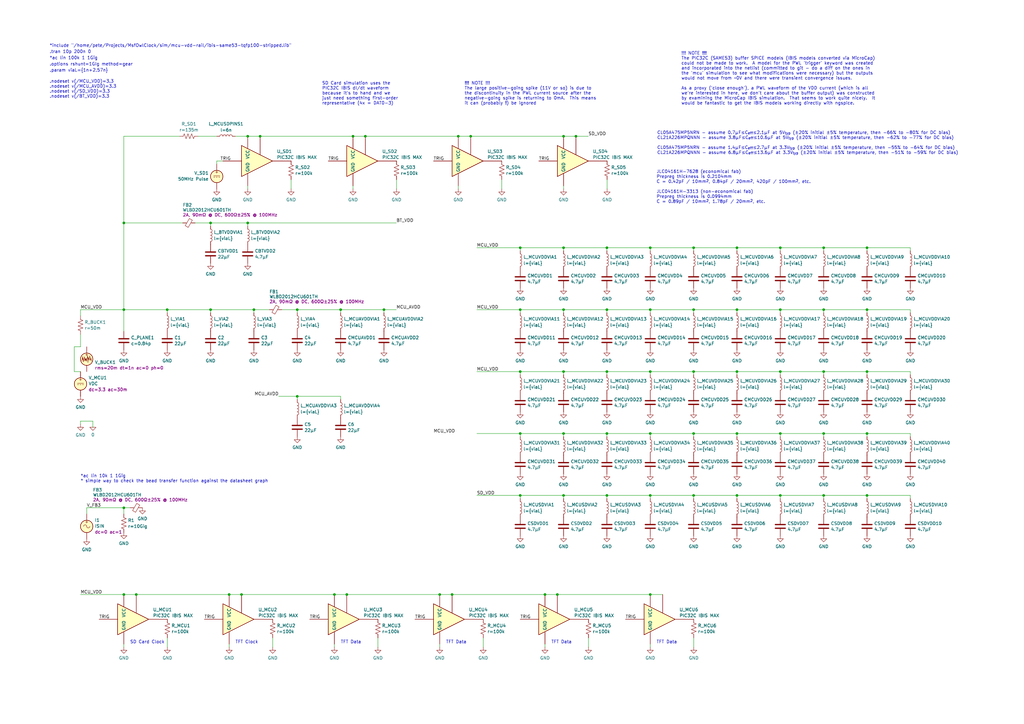
<source format=kicad_sch>
(kicad_sch (version 20230121) (generator eeschema)
  (paper "A3")
  (title_block (title "Core Power Rail (USB-Buck-VDD) Simulation") (company "Pete Restall <pete@restall.net>"))
  (junction (at 355.6 177.8))
  (junction (at 99.06 243.84))
  (junction (at 284.48 177.8))
  (junction (at 355.6 127))
  (junction (at 104.14 127))
  (junction (at 213.36 101.6))
  (junction (at 236.22 55.88))
  (junction (at 149.86 55.88))
  (junction (at 50.8 127))
  (junction (at 337.82 203.2))
  (junction (at 231.14 152.4))
  (junction (at 320.04 203.2))
  (junction (at 213.36 127))
  (junction (at 337.82 177.8))
  (junction (at 355.6 203.2))
  (junction (at 213.36 203.2))
  (junction (at 223.52 243.84))
  (junction (at 86.36 127))
  (junction (at 284.48 101.6))
  (junction (at 228.6 243.84))
  (junction (at 213.36 152.4))
  (junction (at 180.34 243.84))
  (junction (at 337.82 152.4))
  (junction (at 144.78 55.88))
  (junction (at 320.04 127))
  (junction (at 101.6 55.88))
  (junction (at 50.8 208.28))
  (junction (at 231.14 127))
  (junction (at 302.26 177.8))
  (junction (at 248.92 101.6))
  (junction (at 320.04 101.6))
  (junction (at 185.42 243.84))
  (junction (at 266.7 177.8))
  (junction (at 106.68 55.88))
  (junction (at 231.14 203.2))
  (junction (at 248.92 127))
  (junction (at 139.7 127))
  (junction (at 55.88 243.84))
  (junction (at 266.7 203.2))
  (junction (at 284.48 127))
  (junction (at 266.7 243.84))
  (junction (at 248.92 203.2))
  (junction (at 50.8 243.84))
  (junction (at 193.04 55.88))
  (junction (at 266.7 127))
  (junction (at 213.36 177.8))
  (junction (at 320.04 177.8))
  (junction (at 68.58 127))
  (junction (at 302.26 203.2))
  (junction (at 93.98 243.84))
  (junction (at 284.48 203.2))
  (junction (at 355.6 152.4))
  (junction (at 121.92 162.56))
  (junction (at 231.14 101.6))
  (junction (at 157.48 127))
  (junction (at 266.7 101.6))
  (junction (at 302.26 101.6))
  (junction (at 231.14 55.88))
  (junction (at 86.36 91.44))
  (junction (at 50.8 91.44))
  (junction (at 355.6 101.6))
  (junction (at 284.48 152.4))
  (junction (at 266.7 152.4))
  (junction (at 302.26 127))
  (junction (at 248.92 177.8))
  (junction (at 231.14 177.8))
  (junction (at 320.04 152.4))
  (junction (at 101.6 91.44))
  (junction (at 142.24 243.84))
  (junction (at 121.92 127))
  (junction (at 137.16 243.84))
  (junction (at 187.96 55.88))
  (junction (at 302.26 152.4))
  (junction (at 337.82 127))
  (junction (at 337.82 101.6))
  (junction (at 248.92 152.4))
  (wire (pts (xy 320.04 152.4) (xy 337.82 152.4)))
  (wire (pts (xy 213.36 177.8) (xy 213.36 179.07)))
  (wire (pts (xy 115.57 127) (xy 121.92 127)))
  (wire (pts (xy 213.36 101.6) (xy 213.36 102.87)))
  (wire (pts (xy 50.8 208.28) (xy 50.8 210.82)))
  (wire (pts (xy 266.7 177.8) (xy 284.48 177.8)))
  (wire (pts (xy 248.9889 77.47) (xy 248.9889 73.66)))
  (wire (pts (xy 35.56 208.28) (xy 35.56 210.82)))
  (wire (pts (xy 99.06 243.84) (xy 137.16 243.84)))
  (wire (pts (xy 355.6 203.2) (xy 373.38 203.2)))
  (wire (pts (xy 337.82 177.8) (xy 337.82 179.07)))
  (wire (pts (xy 248.92 66.04) (xy 248.9889 66.04)))
  (wire (pts (xy 248.92 203.2) (xy 266.7 203.2)))
  (wire (pts (xy 213.36 177.8) (xy 231.14 177.8)))
  (wire (pts (xy 180.34 243.84) (xy 185.42 243.84)))
  (wire (pts (xy 266.7 152.4) (xy 284.48 152.4)))
  (wire (pts (xy 337.82 127) (xy 355.6 127)))
  (wire (pts (xy 231.14 127) (xy 231.14 128.27)))
  (wire (pts (xy 231.14 203.2) (xy 248.92 203.2)))
  (wire (pts (xy 337.82 101.6) (xy 337.82 102.87)))
  (wire (pts (xy 266.7 152.4) (xy 266.7 153.67)))
  (wire (pts (xy 223.52 264.16) (xy 223.52 265.43)))
  (wire (pts (xy 302.26 127) (xy 302.26 128.27)))
  (wire (pts (xy 81.28 55.88) (xy 88.9 55.88)))
  (wire (pts (xy 320.04 203.2) (xy 337.82 203.2)))
  (wire (pts (xy 88.9 66.04) (xy 91.44 66.04)))
  (wire (pts (xy 50.8 243.84) (xy 55.88 243.84)))
  (wire (pts (xy 373.38 152.4) (xy 373.38 153.67)))
  (wire (pts (xy 284.48 177.8) (xy 302.26 177.8)))
  (wire (pts (xy 231.14 55.88) (xy 236.22 55.88)))
  (wire (pts (xy 33.02 142.24) (xy 30.48 142.24)))
  (wire (pts (xy 320.04 127) (xy 337.82 127)))
  (wire (pts (xy 30.48 142.24) (xy 30.48 152.4)))
  (wire (pts (xy 213.36 203.2) (xy 231.14 203.2)))
  (wire (pts (xy 50.8 208.28) (xy 35.56 208.28)))
  (wire (pts (xy 139.7 127) (xy 157.48 127)))
  (wire (pts (xy 101.6 77.47) (xy 101.6 76.2)))
  (wire (pts (xy 355.6 101.6) (xy 373.38 101.6)))
  (wire (pts (xy 284.48 177.8) (xy 284.48 179.07)))
  (wire (pts (xy 248.92 127) (xy 248.92 128.27)))
  (wire (pts (xy 86.36 92.71) (xy 86.36 91.44)))
  (wire (pts (xy 111.76 254) (xy 111.8289 254)))
  (wire (pts (xy 302.26 203.2) (xy 320.04 203.2)))
  (wire (pts (xy 248.92 203.2) (xy 248.92 204.47)))
  (wire (pts (xy 193.04 55.88) (xy 231.14 55.88)))
  (wire (pts (xy 302.26 177.8) (xy 320.04 177.8)))
  (wire (pts (xy 337.82 177.8) (xy 355.6 177.8)))
  (wire (pts (xy 355.6 203.2) (xy 355.6 204.47)))
  (wire (pts (xy 284.48 254) (xy 284.5489 254)))
  (wire (pts (xy 355.6 127) (xy 355.6 128.27)))
  (wire (pts (xy 88.9 67.31) (xy 88.9 66.04)))
  (wire (pts (xy 155.0089 265.43) (xy 155.0089 261.62)))
  (wire (pts (xy 337.82 203.2) (xy 355.6 203.2)))
  (wire (pts (xy 96.52 55.88) (xy 101.6 55.88)))
  (wire (pts (xy 248.92 152.4) (xy 248.92 153.67)))
  (wire (pts (xy 93.98 264.16) (xy 93.98 265.43)))
  (wire (pts (xy 320.04 177.8) (xy 337.82 177.8)))
  (wire (pts (xy 266.7 127) (xy 284.48 127)))
  (wire (pts (xy 50.8 91.44) (xy 50.8 127)))
  (wire (pts (xy 154.94 254) (xy 155.0089 254)))
  (wire (pts (xy 149.86 55.88) (xy 187.96 55.88)))
  (wire (pts (xy 248.92 152.4) (xy 266.7 152.4)))
  (wire (pts (xy 142.24 243.84) (xy 180.34 243.84)))
  (wire (pts (xy 137.16 264.16) (xy 137.16 265.43)))
  (wire (pts (xy 266.7 127) (xy 266.7 128.27)))
  (wire (pts (xy 205.74 66.04) (xy 205.8089 66.04)))
  (wire (pts (xy 185.42 243.84) (xy 223.52 243.84)))
  (wire (pts (xy 355.6 177.8) (xy 355.6 179.07)))
  (wire (pts (xy 68.6489 265.43) (xy 68.6489 261.62)))
  (wire (pts (xy 50.8 55.88) (xy 73.66 55.88)))
  (wire (pts (xy 248.92 177.8) (xy 248.92 179.07)))
  (wire (pts (xy 195.58 203.2) (xy 213.36 203.2)))
  (wire (pts (xy 198.1889 265.43) (xy 198.1889 261.62)))
  (wire (pts (xy 104.14 128.27) (xy 104.14 127)))
  (wire (pts (xy 355.6 127) (xy 373.38 127)))
  (wire (pts (xy 266.7 177.8) (xy 266.7 179.07)))
  (wire (pts (xy 205.8089 77.47) (xy 205.8089 73.66)))
  (wire (pts (xy 231.14 101.6) (xy 231.14 102.87)))
  (wire (pts (xy 266.7 203.2) (xy 284.48 203.2)))
  (wire (pts (xy 38.1 175.26) (xy 38.1 172.72)))
  (wire (pts (xy 302.26 177.8) (xy 302.26 179.07)))
  (wire (pts (xy 231.14 127) (xy 248.92 127)))
  (wire (pts (xy 320.04 152.4) (xy 320.04 153.67)))
  (wire (pts (xy 337.82 152.4) (xy 355.6 152.4)))
  (wire (pts (xy 111.8289 265.43) (xy 111.8289 261.62)))
  (wire (pts (xy 284.48 152.4) (xy 302.26 152.4)))
  (wire (pts (xy 320.04 127) (xy 320.04 128.27)))
  (wire (pts (xy 86.36 91.44) (xy 101.6 91.44)))
  (wire (pts (xy 101.6 91.44) (xy 101.6 92.71)))
  (wire (pts (xy 337.82 127) (xy 337.82 128.27)))
  (wire (pts (xy 320.04 177.8) (xy 320.04 179.07)))
  (wire (pts (xy 106.68 55.88) (xy 101.6 55.88)))
  (wire (pts (xy 337.82 152.4) (xy 337.82 153.67)))
  (wire (pts (xy 144.78 55.88) (xy 149.86 55.88)))
  (wire (pts (xy 284.5489 265.43) (xy 284.5489 261.62)))
  (wire (pts (xy 33.02 137.16) (xy 33.02 142.24)))
  (wire (pts (xy 284.48 101.6) (xy 302.26 101.6)))
  (wire (pts (xy 55.88 243.84) (xy 93.98 243.84)))
  (wire (pts (xy 248.92 177.8) (xy 266.7 177.8)))
  (wire (pts (xy 50.8 127) (xy 50.8 135.89)))
  (wire (pts (xy 104.14 127) (xy 110.49 127)))
  (wire (pts (xy 228.6 243.84) (xy 266.7 243.84)))
  (wire (pts (xy 320.04 101.6) (xy 320.04 102.87)))
  (wire (pts (xy 53.34 208.28) (xy 50.8 208.28)))
  (wire (pts (xy 213.36 101.6) (xy 231.14 101.6)))
  (wire (pts (xy 223.52 243.84) (xy 228.6 243.84)))
  (wire (pts (xy 266.7 243.84) (xy 271.78 243.84)))
  (wire (pts (xy 213.36 203.2) (xy 213.36 204.47)))
  (wire (pts (xy 86.36 128.27) (xy 86.36 127)))
  (wire (pts (xy 195.58 177.8) (xy 213.36 177.8)))
  (wire (pts (xy 157.48 127) (xy 157.48 128.27)))
  (wire (pts (xy 50.8 127) (xy 68.58 127)))
  (wire (pts (xy 355.6 177.8) (xy 373.38 177.8)))
  (wire (pts (xy 68.58 254) (xy 68.6489 254)))
  (wire (pts (xy 266.7 203.2) (xy 266.7 204.47)))
  (wire (pts (xy 373.38 127) (xy 373.38 128.27)))
  (wire (pts (xy 157.48 127) (xy 162.56 127)))
  (wire (pts (xy 162.6289 77.47) (xy 162.6289 73.66)))
  (wire (pts (xy 121.92 162.56) (xy 139.7 162.56)))
  (wire (pts (xy 101.6 91.44) (xy 162.56 91.44)))
  (wire (pts (xy 320.04 203.2) (xy 320.04 204.47)))
  (wire (pts (xy 38.1 172.72) (xy 33.02 172.72)))
  (wire (pts (xy 195.58 101.6) (xy 213.36 101.6)))
  (wire (pts (xy 195.58 127) (xy 213.36 127)))
  (wire (pts (xy 302.26 101.6) (xy 320.04 101.6)))
  (wire (pts (xy 213.36 152.4) (xy 213.36 153.67)))
  (wire (pts (xy 231.14 101.6) (xy 248.92 101.6)))
  (wire (pts (xy 50.8 264.16) (xy 50.8 265.43)))
  (wire (pts (xy 139.7 127) (xy 139.7 128.27)))
  (wire (pts (xy 187.96 55.88) (xy 193.04 55.88)))
  (wire (pts (xy 355.6 152.4) (xy 355.6 153.67)))
  (wire (pts (xy 231.14 177.8) (xy 231.14 179.07)))
  (wire (pts (xy 355.6 152.4) (xy 373.38 152.4)))
  (wire (pts (xy 248.92 127) (xy 266.7 127)))
  (wire (pts (xy 284.48 203.2) (xy 302.26 203.2)))
  (wire (pts (xy 80.01 91.44) (xy 86.36 91.44)))
  (wire (pts (xy 137.16 243.84) (xy 142.24 243.84)))
  (wire (pts (xy 248.92 101.6) (xy 266.7 101.6)))
  (wire (pts (xy 213.36 127) (xy 213.36 128.27)))
  (wire (pts (xy 284.48 203.2) (xy 284.48 204.47)))
  (wire (pts (xy 139.7 162.56) (xy 139.7 163.83)))
  (wire (pts (xy 248.92 101.6) (xy 248.92 102.87)))
  (wire (pts (xy 86.36 127) (xy 104.14 127)))
  (wire (pts (xy 337.82 101.6) (xy 355.6 101.6)))
  (wire (pts (xy 68.58 127) (xy 86.36 127)))
  (wire (pts (xy 30.48 152.4) (xy 33.02 152.4)))
  (wire (pts (xy 50.8 91.44) (xy 50.8 55.88)))
  (wire (pts (xy 180.34 264.16) (xy 180.34 265.43)))
  (wire (pts (xy 266.7 101.6) (xy 266.7 102.87)))
  (wire (pts (xy 302.26 203.2) (xy 302.26 204.47)))
  (wire (pts (xy 302.26 152.4) (xy 302.26 153.67)))
  (wire (pts (xy 162.56 66.04) (xy 162.6289 66.04)))
  (wire (pts (xy 302.26 127) (xy 320.04 127)))
  (wire (pts (xy 373.38 101.6) (xy 373.38 102.87)))
  (wire (pts (xy 33.02 127) (xy 33.02 129.54)))
  (wire (pts (xy 231.14 76.2) (xy 231.14 77.47)))
  (wire (pts (xy 231.14 152.4) (xy 248.92 152.4)))
  (wire (pts (xy 284.48 101.6) (xy 284.48 102.87)))
  (wire (pts (xy 373.38 203.2) (xy 373.38 204.47)))
  (wire (pts (xy 302.26 101.6) (xy 302.26 102.87)))
  (wire (pts (xy 33.02 127) (xy 50.8 127)))
  (wire (pts (xy 33.02 172.72) (xy 33.02 173.99)))
  (wire (pts (xy 266.7 264.16) (xy 266.7 265.43)))
  (wire (pts (xy 236.22 55.88) (xy 241.3 55.88)))
  (wire (pts (xy 68.58 128.27) (xy 68.58 127)))
  (wire (pts (xy 121.92 127) (xy 139.7 127)))
  (wire (pts (xy 50.8 91.44) (xy 74.93 91.44)))
  (wire (pts (xy 355.6 101.6) (xy 355.6 102.87)))
  (wire (pts (xy 121.92 162.56) (xy 121.92 163.83)))
  (wire (pts (xy 187.96 76.2) (xy 187.96 77.47)))
  (wire (pts (xy 231.14 203.2) (xy 231.14 204.47)))
  (wire (pts (xy 320.04 101.6) (xy 337.82 101.6)))
  (wire (pts (xy 33.02 243.84) (xy 50.8 243.84)))
  (wire (pts (xy 241.3 254) (xy 241.3689 254)))
  (wire (pts (xy 241.3689 265.43) (xy 241.3689 261.62)))
  (wire (pts (xy 231.14 152.4) (xy 231.14 153.67)))
  (wire (pts (xy 266.7 101.6) (xy 284.48 101.6)))
  (wire (pts (xy 93.98 243.84) (xy 99.06 243.84)))
  (wire (pts (xy 302.26 152.4) (xy 320.04 152.4)))
  (wire (pts (xy 373.38 177.8) (xy 373.38 179.07)))
  (wire (pts (xy 106.68 55.88) (xy 144.78 55.88)))
  (wire (pts (xy 213.36 152.4) (xy 231.14 152.4)))
  (wire (pts (xy 121.92 128.27) (xy 121.92 127)))
  (wire (pts (xy 195.58 152.4) (xy 213.36 152.4)))
  (wire (pts (xy 284.48 127) (xy 284.48 128.27)))
  (wire (pts (xy 119.38 77.47) (xy 119.38 73.66)))
  (wire (pts (xy 284.48 127) (xy 302.26 127)))
  (wire (pts (xy 144.78 76.2) (xy 144.78 77.47)))
  (wire (pts (xy 284.48 152.4) (xy 284.48 153.67)))
  (wire (pts (xy 337.82 203.2) (xy 337.82 204.47)))
  (wire (pts (xy 213.36 127) (xy 231.14 127)))
  (wire (pts (xy 114.3 162.56) (xy 121.92 162.56)))
  (wire (pts (xy 231.14 177.8) (xy 248.92 177.8)))
  (wire (pts (xy 198.12 254) (xy 198.1889 254)))
  (text ".param viaL={1n+2.57n}" (at 20.32 29.718 0) (effects (font (size 1.27 1.27)) (justify left bottom)))
  (text "!!! NOTE !!!\nThe PIC32C (SAME53) buffer SPICE models (IBIS models converted via MicroCap)\ncould not be made to work.  A model for the PWL 'trigger' keyword was created\nand incorporated into the netlist (committed to git - do a diff on the ones in\nthe 'mcu' simulation to see what modifications were necessary) but the outputs\nwould not move from ~0V and there were transient convergence issues.\n\nAs a proxy ('close enough'), a PWL waveform of the VDD current (which is all\nwe're interested in here, we don't care about the buffer output) was constructed\nby examining the MicroCap IBIS simulation.  That seems to work quite nicely.  It\nwould be fantastic to get the IBIS models working directly with ngspice." (at 279.4 43.18 0) (effects (font (size 1.27 1.27)) (justify left bottom)))
  (text ".options rshunt=1Gig method=gear" (at 20.32 27.178 0) (effects (font (size 1.27 1.27)) (justify left bottom)))
  (text "TFT Clock" (at 96.52 264.16 0) (effects (font (size 1.27 1.27)) (justify left bottom)))
  (text "SD Card Clock" (at 53.34 264.16 0) (effects (font (size 1.27 1.27)) (justify left bottom)))
  (text "*include \"/home/pete/Projects/MsfOwlClock/sim/mcu-vdd-rail/ibis-same53-tqfp100-stripped.lib\"" (at 20.32 19.558 0) (effects (font (size 1.27 1.27)) (justify left bottom)))
  (text "TFT Data" (at 139.7 264.16 0) (effects (font (size 1.27 1.27)) (justify left bottom)))
  (text "*ac lin 10k 1 1Gig\n* simple way to check the bead transfer function against the datasheet graph" (at 33.02 198.12 0) (effects (font (size 1.27 1.27)) (justify left bottom)))
  (text "TFT Data" (at 182.88 264.16 0) (effects (font (size 1.27 1.27)) (justify left bottom)))
  (text "*ac lin 100k 1 1Gig" (at 20.32 24.638 0) (effects (font (size 1.27 1.27)) (justify left bottom)))
  (text "!!! NOTE !!!\nThe large positive-going spike (11V or so) is due to\nthe discontinuity in the PWL current source after the\nnegative-going spike is returning to 0mA.  This means\nit can (probably !) be ignored" (at 190.5 43.18 0) (effects (font (size 1.27 1.27)) (justify left bottom)))
  (text "SD Card simulation uses the\nPIC32C IBIS dI/dt waveform\nbecause it's to hand and we\njust need something first-order\nrepresentative (4x = DAT0-3)" (at 132.08 43.18 0) (effects (font (size 1.27 1.27)) (justify left bottom)))
  (text "JLC04161H-7628 (economical fab)\nPrepreg thickness is 0.2104mm\nC = 0.42pF / 10mm^{2}, 0.84pF / 20mm^{2}, 420pF / 100mm^{2}, etc.\n\nJLC04161H-3313 (non-economical fab)\nPrepreg thickness is 0.0994mm\nC = 0.89pF / 10mm^{2}, 1.78pF / 20mm^{2}, etc.\n" (at 269.24 83.566 0) (effects (font (size 1.27 1.27)) (justify left bottom)))
  (text ".nodeset v(/MCU_VDD)=3.3\n.nodeset v(/MCU_AVDD)=3.3\n.nodeset v(/SD_VDD)=3.3\n.nodeset v(/BT_VDD)=3.3" (at 20.32 40.386 0) (effects (font (size 1.27 1.27)) (justify left bottom)))
  (text "TFT Data" (at 269.24 264.16 0) (effects (font (size 1.27 1.27)) (justify left bottom)))
  (text "TFT Data" (at 226.06 264.16 0) (effects (font (size 1.27 1.27)) (justify left bottom)))
  (text ".tran 10p 200n 0" (at 20.32 22.098 0) (effects (font (size 1.27 1.27)) (justify left bottom)))
  (text "CL05A475MP5NRN - assume 0.7μF≤C_{eff}≤2.1μF at 5V_{typ} (±20% initial ±5% temperature, then -66% to -80% for DC bias)\nCL21A226MPQNNN - assume 3.8μF≤C_{eff}≤10.6μF at 5V_{typ} (±20% initial ±5% temperature, then -62% to -77% for DC bias)\n\nCL05A475MP5NRN - assume 1.4μF≤C_{eff}≤2.7μF at 3.3V_{typ} (±20% initial ±5% temperature, then -55% to -64% for DC bias)\nCL21A226MPQNNN - assume 6.8μF≤C_{eff}≤13.6μF at 3.3V_{typ} (±20% initial ±5% temperature, then -51% to -59% for DC bias)" (at 269.494 63.5 0) (effects (font (size 1.27 1.27)) (justify left bottom)))
  (label "BT_VDD" (at 162.56 91.44 0))
  (label "TRIG" (at 256.54 254 0))
  (label "TRIG" (at 213.36 254 0))
  (label "SD_VDD" (at 241.3 55.88 0))
  (label "SD_VDD" (at 195.58 203.2 0))
  (label "V_FB3" (at 35.56 208.28 0))
  (label "TRIG" (at 170.18 254 0))
  (label "MCU_VDD" (at 195.58 101.6 0))
  (label "MCU_VDD" (at 195.58 127 0))
  (label "MCU_VDD" (at 33.02 127 0))
  (label "MCU_VDD" (at 177.8 177.8 0))
  (label "TRIG" (at 83.82 254 0))
  (label "MCU_VDD" (at 33.02 243.84 0))
  (label "TRIG" (at 177.8 66.04 0))
  (label "MCU_VDD" (at 195.58 152.4 0))
  (label "MCU_AVDD" (at 114.3 162.56 180))
  (label "TRIG" (at 40.64 254 0))
  (label "TRIG" (at 134.62 66.04 0))
  (label "MCU_AVDD" (at 162.56 127 0))
  (label "TRIG" (at 127 254 0))
  (label "TRIG" (at 220.98 66.04 0))
  (label "TRIG" (at 90.3551 66.04 0))
  (symbol (lib_id "restall-generic-capacitors:capacitor-unpolarised") (at 337.82 114.3 0) (unit 1)
    (property "Reference" "CMCUVDD8" (at 340.741 113.0879 0) (effects (justify left)))
    (property "Value" "4.7μF" (at 340.741 115.5121 0) (effects (justify left)))
    (property "Footprint" "restall-generic-capacitors:unpolarised-nominal-0402-1005" (effects hide))
    (property "Label" "??μF±10% 10V X7R" (effects hide))
    (property "Tolerance" "±10%" (effects hide))
    (property "VoltageRating" "10V" (effects hide))
    (property "TemperatureCoefficient" "X7R" (effects hide))
    (property "Dielectric" "MLCC" (effects hide))
    (property "Package" "0402" (effects hide))
    (property "Sim.Device" "SUBCKT" (effects hide))
    (property "Sim.Pins" "1=1 2=2" (effects hide))
    (property "Sim.Library" "CL05A475MP5NRN_Precise_DC3.3V_25degC_P.lib" (effects hide))
    (property "Sim.Name" "CL05A475MP5NRN_Precise_DC3.3V_25degC" (effects hide))
  )
  (symbol (lib_id "74xGxx:74AHC1G126") (at 142.24 254 0) (unit 1)
    (property "Reference" "U_MCU3" (at 149.098 250.0518 0) (effects (justify left)))
    (property "Value" "PIC32C IBIS MAX" (at 149.098 252.476 0) (effects (justify left)))
    (property "Sim.Library" "pic32c-vdd-current.lib" (effects hide))
    (property "Sim.Name" "DTWIO33_TWIHS_M1_PAD_52_MAX" (effects hide))
    (property "Sim.Device" "SUBCKT" (effects hide))
    (property "Sim.Pins" "1=EN 2=IN 3=VEE 4=OUT 5=VCC" (effects hide))
  )
  (symbol (lib_id "restall-generic-inductors:l-air") (at 139.7 167.64 0) (unit 1)
    (property "Reference" "L_MCUAVDDVIA4" (at 140.97 166.37 0) (effects (justify left)))
    (property "Value" "${SIM.PARAMS}" (at 140.97 168.91 0) (effects (justify left)))
    (property "Label" "??A_{RMS} / ??A_{SAT}, ??mΩ±??% @ DC" (effects hide))
    (property "Tolerance" "±20%" (effects hide))
    (property "Core" "Air" (effects hide))
    (property "Package" "???" (effects hide))
    (property "DCR" "??mΩ±20%" (effects hide))
    (property "I_{RMS}" "??A" (effects hide))
    (property "I_{SAT}" "??A" (effects hide))
    (property "Sim.Device" "L" (effects hide))
    (property "Sim.Type" "=" (effects hide))
    (property "Sim.Params" "l={viaL}" (effects hide))
    (property "Sim.Pins" "1=+ 2=-" (effects hide))
  )
  (symbol (lib_id "power:GND") (at 337.82 143.51 0) (unit 1)
    (property "Reference" "#PWR051" (effects hide))
    (property "Value" "GND" (at 337.82 147.9534 0))
  )
  (symbol (lib_id "restall-generic-inductors:l-air") (at 302.26 132.08 0) (unit 1)
    (property "Reference" "L_MCUVDDVIA16" (at 303.53 130.81 0) (effects (justify left)))
    (property "Value" "${SIM.PARAMS}" (at 303.53 133.35 0) (effects (justify left)))
    (property "Label" "??A_{RMS} / ??A_{SAT}, ??mΩ±??% @ DC" (effects hide))
    (property "Tolerance" "±20%" (effects hide))
    (property "Core" "Air" (effects hide))
    (property "Package" "???" (effects hide))
    (property "DCR" "??mΩ±20%" (effects hide))
    (property "I_{RMS}" "??A" (effects hide))
    (property "I_{SAT}" "??A" (effects hide))
    (property "Sim.Device" "L" (effects hide))
    (property "Sim.Type" "=" (effects hide))
    (property "Sim.Params" "l={viaL}" (effects hide))
    (property "Sim.Pins" "1=+ 2=-" (effects hide))
  )
  (symbol (lib_id "restall-generic-inductors:l-air") (at 213.36 132.08 0) (unit 1)
    (property "Reference" "L_MCUVDDVIA11" (at 214.63 130.81 0) (effects (justify left)))
    (property "Value" "${SIM.PARAMS}" (at 214.63 133.35 0) (effects (justify left)))
    (property "Label" "??A_{RMS} / ??A_{SAT}, ??mΩ±??% @ DC" (effects hide))
    (property "Tolerance" "±20%" (effects hide))
    (property "Core" "Air" (effects hide))
    (property "Package" "???" (effects hide))
    (property "DCR" "??mΩ±20%" (effects hide))
    (property "I_{RMS}" "??A" (effects hide))
    (property "I_{SAT}" "??A" (effects hide))
    (property "Sim.Device" "L" (effects hide))
    (property "Sim.Type" "=" (effects hide))
    (property "Sim.Params" "l={viaL}" (effects hide))
    (property "Sim.Pins" "1=+ 2=-" (effects hide))
  )
  (symbol (lib_id "power:GND") (at 373.38 118.11 0) (unit 1)
    (property "Reference" "#PWR043" (effects hide))
    (property "Value" "GND" (at 373.38 122.5534 0))
  )
  (symbol (lib_id "74xGxx:74AHC1G126") (at 271.78 254 0) (unit 1)
    (property "Reference" "U_MCU6" (at 278.638 250.0518 0) (effects (justify left)))
    (property "Value" "PIC32C IBIS MAX" (at 278.638 252.476 0) (effects (justify left)))
    (property "Sim.Library" "pic32c-vdd-current.lib" (effects hide))
    (property "Sim.Name" "DTWIO33_TWIHS_M1_PAD_52_MAX" (effects hide))
    (property "Sim.Device" "SUBCKT" (effects hide))
    (property "Sim.Pins" "1=EN 2=IN 3=VEE 4=OUT 5=VCC" (effects hide))
  )
  (symbol (lib_id "restall-generic-inductors:l-air") (at 337.82 132.08 0) (unit 1)
    (property "Reference" "L_MCUVDDVIA18" (at 339.09 130.81 0) (effects (justify left)))
    (property "Value" "${SIM.PARAMS}" (at 339.09 133.35 0) (effects (justify left)))
    (property "Label" "??A_{RMS} / ??A_{SAT}, ??mΩ±??% @ DC" (effects hide))
    (property "Tolerance" "±20%" (effects hide))
    (property "Core" "Air" (effects hide))
    (property "Package" "???" (effects hide))
    (property "DCR" "??mΩ±20%" (effects hide))
    (property "I_{RMS}" "??A" (effects hide))
    (property "I_{SAT}" "??A" (effects hide))
    (property "Sim.Device" "L" (effects hide))
    (property "Sim.Type" "=" (effects hide))
    (property "Sim.Params" "l={viaL}" (effects hide))
    (property "Sim.Pins" "1=+ 2=-" (effects hide))
  )
  (symbol (lib_id "restall-generic-resistors:resistor") (at 284.5489 257.81 180) (unit 1)
    (property "Reference" "R_MCU6" (at 286.1999 256.5979 0) (effects (justify right)))
    (property "Value" "${SIM.PARAMS}" (at 286.1999 259.0221 0) (effects (justify right)))
    (property "Footprint" "restall-generic-resistors:nominal-0402-1005" (effects hide))
    (property "Label" "???kΩ±1% ???W" (effects hide))
    (property "Tolerance" "±1%" (effects hide))
    (property "PowerRating" "0.0625W" (effects hide))
    (property "TemperatureCoefficient" "±100ppm" (effects hide))
    (property "Construction" "Thick Film" (effects hide))
    (property "Package" "0402" (effects hide))
    (property "Sim.Device" "R" (effects hide))
    (property "Sim.Type" "=" (effects hide))
    (property "Sim.Params" "r=100k" (effects hide))
    (property "Sim.Pins" "1=+ 2=-" (effects hide))
  )
  (symbol (lib_id "restall-generic-capacitors:capacitor-unpolarised") (at 337.82 139.7 0) (unit 1)
    (property "Reference" "CMCUVDD18" (at 340.741 138.4879 0) (effects (justify left)))
    (property "Value" "4.7μF" (at 340.741 140.9121 0) (effects (justify left)))
    (property "Footprint" "restall-generic-capacitors:unpolarised-nominal-0402-1005" (effects hide))
    (property "Label" "??μF±10% 10V X7R" (effects hide))
    (property "Tolerance" "±10%" (effects hide))
    (property "VoltageRating" "10V" (effects hide))
    (property "TemperatureCoefficient" "X7R" (effects hide))
    (property "Dielectric" "MLCC" (effects hide))
    (property "Package" "0402" (effects hide))
    (property "Sim.Device" "SUBCKT" (effects hide))
    (property "Sim.Pins" "1=1 2=2" (effects hide))
    (property "Sim.Library" "CL05A475MP5NRN_Precise_DC3.3V_25degC_P.lib" (effects hide))
    (property "Sim.Name" "CL05A475MP5NRN_Precise_DC3.3V_25degC" (effects hide))
  )
  (symbol (lib_id "restall-generic-capacitors:capacitor-unpolarised") (at 337.82 215.9 0) (unit 1)
    (property "Reference" "CSDVDD8" (at 340.741 214.6879 0) (effects (justify left)))
    (property "Value" "4.7μF" (at 340.741 217.1121 0) (effects (justify left)))
    (property "Footprint" "restall-generic-capacitors:unpolarised-nominal-0402-1005" (effects hide))
    (property "Label" "??μF±10% 10V X7R" (effects hide))
    (property "Tolerance" "±10%" (effects hide))
    (property "VoltageRating" "10V" (effects hide))
    (property "TemperatureCoefficient" "X7R" (effects hide))
    (property "Dielectric" "MLCC" (effects hide))
    (property "Package" "0402" (effects hide))
    (property "Sim.Device" "SUBCKT" (effects hide))
    (property "Sim.Pins" "1=1 2=2" (effects hide))
    (property "Sim.Library" "CL05A475MP5NRN_Precise_DC3.3V_25degC_P.lib" (effects hide))
    (property "Sim.Name" "CL05A475MP5NRN_Precise_DC3.3V_25degC" (effects hide))
  )
  (symbol (lib_id "74xGxx:74AHC1G126") (at 193.04 66.04 0) (unit 1)
    (property "Reference" "U_SD3" (at 199.898 62.0918 0) (effects (justify left)))
    (property "Value" "PIC32C IBIS MAX" (at 199.898 64.516 0) (effects (justify left)))
    (property "Sim.Library" "pic32c-vdd-current.lib" (effects hide))
    (property "Sim.Name" "DTWIO33_TWIHS_M1_PAD_52_MAX" (effects hide))
    (property "Sim.Device" "SUBCKT" (effects hide))
    (property "Sim.Pins" "1=EN 2=IN 3=VEE 4=OUT 5=VCC" (effects hide))
  )
  (symbol (lib_id "restall-generic-inductors:l-air") (at 248.92 182.88 0) (unit 1)
    (property "Reference" "L_MCUVDDVIA33" (at 250.19 181.61 0) (effects (justify left)))
    (property "Value" "${SIM.PARAMS}" (at 250.19 184.15 0) (effects (justify left)))
    (property "Label" "??A_{RMS} / ??A_{SAT}, ??mΩ±??% @ DC" (effects hide))
    (property "Tolerance" "±20%" (effects hide))
    (property "Core" "Air" (effects hide))
    (property "Package" "???" (effects hide))
    (property "DCR" "??mΩ±20%" (effects hide))
    (property "I_{RMS}" "??A" (effects hide))
    (property "I_{SAT}" "??A" (effects hide))
    (property "Sim.Device" "L" (effects hide))
    (property "Sim.Type" "=" (effects hide))
    (property "Sim.Params" "l={viaL}" (effects hide))
    (property "Sim.Pins" "1=+ 2=-" (effects hide))
  )
  (symbol (lib_id "restall-generic-capacitors:capacitor-unpolarised") (at 139.7 139.7 0) (unit 1)
    (property "Reference" "CMCUAVDD1" (at 142.621 138.4879 0) (effects (justify left)))
    (property "Value" "4.7μF" (at 142.621 140.9121 0) (effects (justify left)))
    (property "Footprint" "restall-generic-capacitors:unpolarised-nominal-0402-1005" (effects hide))
    (property "Label" "??μF±10% 10V X7R" (effects hide))
    (property "Tolerance" "±10%" (effects hide))
    (property "VoltageRating" "10V" (effects hide))
    (property "TemperatureCoefficient" "X7R" (effects hide))
    (property "Dielectric" "MLCC" (effects hide))
    (property "Package" "0402" (effects hide))
    (property "Sim.Device" "SUBCKT" (effects hide))
    (property "Sim.Pins" "1=1 2=2" (effects hide))
    (property "Sim.Library" "CL05A475MP5NRN_Precise_DC3.3V_25degC_P.lib" (effects hide))
    (property "Sim.Name" "CL05A475MP5NRN_Precise_DC3.3V_25degC" (effects hide))
  )
  (symbol (lib_id "restall-generic-capacitors:capacitor-unpolarised") (at 302.26 165.1 0) (unit 1)
    (property "Reference" "CMCUVDD26" (at 305.181 163.8879 0) (effects (justify left)))
    (property "Value" "4.7μF" (at 305.181 166.3121 0) (effects (justify left)))
    (property "Footprint" "restall-generic-capacitors:unpolarised-nominal-0402-1005" (effects hide))
    (property "Label" "??μF±10% 10V X7R" (effects hide))
    (property "Tolerance" "±10%" (effects hide))
    (property "VoltageRating" "10V" (effects hide))
    (property "TemperatureCoefficient" "X7R" (effects hide))
    (property "Dielectric" "MLCC" (effects hide))
    (property "Package" "0402" (effects hide))
    (property "Sim.Device" "SUBCKT" (effects hide))
    (property "Sim.Pins" "1=1 2=2" (effects hide))
    (property "Sim.Library" "CL05A475MP5NRN_Precise_DC3.3V_25degC_P.lib" (effects hide))
    (property "Sim.Name" "CL05A475MP5NRN_Precise_DC3.3V_25degC" (effects hide))
  )
  (symbol (lib_id "restall-generic-inductors:l-air") (at 248.92 132.08 0) (unit 1)
    (property "Reference" "L_MCUVDDVIA13" (at 250.19 130.81 0) (effects (justify left)))
    (property "Value" "${SIM.PARAMS}" (at 250.19 133.35 0) (effects (justify left)))
    (property "Label" "??A_{RMS} / ??A_{SAT}, ??mΩ±??% @ DC" (effects hide))
    (property "Tolerance" "±20%" (effects hide))
    (property "Core" "Air" (effects hide))
    (property "Package" "???" (effects hide))
    (property "DCR" "??mΩ±20%" (effects hide))
    (property "I_{RMS}" "??A" (effects hide))
    (property "I_{SAT}" "??A" (effects hide))
    (property "Sim.Device" "L" (effects hide))
    (property "Sim.Type" "=" (effects hide))
    (property "Sim.Params" "l={viaL}" (effects hide))
    (property "Sim.Pins" "1=+ 2=-" (effects hide))
  )
  (symbol (lib_id "restall-generic-capacitors:capacitor-unpolarised") (at 284.48 139.7 0) (unit 1)
    (property "Reference" "CMCUVDD15" (at 287.401 138.4879 0) (effects (justify left)))
    (property "Value" "4.7μF" (at 287.401 140.9121 0) (effects (justify left)))
    (property "Footprint" "restall-generic-capacitors:unpolarised-nominal-0402-1005" (effects hide))
    (property "Label" "??μF±10% 10V X7R" (effects hide))
    (property "Tolerance" "±10%" (effects hide))
    (property "VoltageRating" "10V" (effects hide))
    (property "TemperatureCoefficient" "X7R" (effects hide))
    (property "Dielectric" "MLCC" (effects hide))
    (property "Package" "0402" (effects hide))
    (property "Sim.Device" "SUBCKT" (effects hide))
    (property "Sim.Pins" "1=1 2=2" (effects hide))
    (property "Sim.Library" "CL05A475MP5NRN_Precise_DC3.3V_25degC_P.lib" (effects hide))
    (property "Sim.Name" "CL05A475MP5NRN_Precise_DC3.3V_25degC" (effects hide))
  )
  (symbol (lib_id "power:GND") (at 231.14 77.47 0) (unit 1)
    (property "Reference" "#PWR021" (effects hide))
    (property "Value" "GND" (at 231.14 81.9134 0))
  )
  (symbol (lib_id "restall-generic-capacitors:capacitor-unpolarised") (at 248.92 114.3 0) (unit 1)
    (property "Reference" "CMCUVDD3" (at 251.841 113.0879 0) (effects (justify left)))
    (property "Value" "4.7μF" (at 251.841 115.5121 0) (effects (justify left)))
    (property "Footprint" "restall-generic-capacitors:unpolarised-nominal-0402-1005" (effects hide))
    (property "Label" "??μF±10% 10V X7R" (effects hide))
    (property "Tolerance" "±10%" (effects hide))
    (property "VoltageRating" "10V" (effects hide))
    (property "TemperatureCoefficient" "X7R" (effects hide))
    (property "Dielectric" "MLCC" (effects hide))
    (property "Package" "0402" (effects hide))
    (property "Sim.Device" "SUBCKT" (effects hide))
    (property "Sim.Pins" "1=1 2=2" (effects hide))
    (property "Sim.Library" "CL05A475MP5NRN_Precise_DC3.3V_25degC_P.lib" (effects hide))
    (property "Sim.Name" "CL05A475MP5NRN_Precise_DC3.3V_25degC" (effects hide))
  )
  (symbol (lib_id "restall-generic-capacitors:capacitor-unpolarised") (at 302.26 139.7 0) (unit 1)
    (property "Reference" "CMCUVDD16" (at 305.181 138.4879 0) (effects (justify left)))
    (property "Value" "4.7μF" (at 305.181 140.9121 0) (effects (justify left)))
    (property "Footprint" "restall-generic-capacitors:unpolarised-nominal-0402-1005" (effects hide))
    (property "Label" "??μF±10% 10V X7R" (effects hide))
    (property "Tolerance" "±10%" (effects hide))
    (property "VoltageRating" "10V" (effects hide))
    (property "TemperatureCoefficient" "X7R" (effects hide))
    (property "Dielectric" "MLCC" (effects hide))
    (property "Package" "0402" (effects hide))
    (property "Sim.Device" "SUBCKT" (effects hide))
    (property "Sim.Pins" "1=1 2=2" (effects hide))
    (property "Sim.Library" "CL05A475MP5NRN_Precise_DC3.3V_25degC_P.lib" (effects hide))
    (property "Sim.Name" "CL05A475MP5NRN_Precise_DC3.3V_25degC" (effects hide))
  )
  (symbol (lib_id "power:GND") (at 137.16 265.43 0) (unit 1)
    (property "Reference" "#PWR078" (effects hide))
    (property "Value" "GND" (at 137.16 269.8734 0))
  )
  (symbol (lib_id "restall-generic-capacitors:capacitor-unpolarised") (at 337.82 165.1 0) (unit 1)
    (property "Reference" "CMCUVDD28" (at 340.741 163.8879 0) (effects (justify left)))
    (property "Value" "4.7μF" (at 340.741 166.3121 0) (effects (justify left)))
    (property "Footprint" "restall-generic-capacitors:unpolarised-nominal-0402-1005" (effects hide))
    (property "Label" "??μF±10% 10V X7R" (effects hide))
    (property "Tolerance" "±10%" (effects hide))
    (property "VoltageRating" "10V" (effects hide))
    (property "TemperatureCoefficient" "X7R" (effects hide))
    (property "Dielectric" "MLCC" (effects hide))
    (property "Package" "0402" (effects hide))
    (property "Sim.Device" "SUBCKT" (effects hide))
    (property "Sim.Pins" "1=1 2=2" (effects hide))
    (property "Sim.Library" "CL05A475MP5NRN_Precise_DC3.3V_25degC_P.lib" (effects hide))
    (property "Sim.Name" "CL05A475MP5NRN_Precise_DC3.3V_25degC" (effects hide))
  )
  (symbol (lib_id "restall-generic-resistors:resistor") (at 241.3689 257.81 180) (unit 1)
    (property "Reference" "R_MCU5" (at 243.0199 256.5979 0) (effects (justify right)))
    (property "Value" "${SIM.PARAMS}" (at 243.0199 259.0221 0) (effects (justify right)))
    (property "Footprint" "restall-generic-resistors:nominal-0402-1005" (effects hide))
    (property "Label" "???kΩ±1% ???W" (effects hide))
    (property "Tolerance" "±1%" (effects hide))
    (property "PowerRating" "0.0625W" (effects hide))
    (property "TemperatureCoefficient" "±100ppm" (effects hide))
    (property "Construction" "Thick Film" (effects hide))
    (property "Package" "0402" (effects hide))
    (property "Sim.Device" "R" (effects hide))
    (property "Sim.Type" "=" (effects hide))
    (property "Sim.Params" "r=100k" (effects hide))
    (property "Sim.Pins" "1=+ 2=-" (effects hide))
  )
  (symbol (lib_id "power:GND") (at 33.02 173.99 0) (unit 1)
    (property "Reference" "#PWR01" (effects hide))
    (property "Value" "GND" (at 33.02 178.4334 0))
  )
  (symbol (lib_id "restall-generic-resistors:resistor") (at 205.8089 69.85 180) (unit 1)
    (property "Reference" "R_SD4" (at 207.4599 68.6379 0) (effects (justify right)))
    (property "Value" "${SIM.PARAMS}" (at 207.4599 71.0621 0) (effects (justify right)))
    (property "Footprint" "restall-generic-resistors:nominal-0402-1005" (effects hide))
    (property "Label" "???kΩ±1% ???W" (effects hide))
    (property "Tolerance" "±1%" (effects hide))
    (property "PowerRating" "0.0625W" (effects hide))
    (property "TemperatureCoefficient" "±100ppm" (effects hide))
    (property "Construction" "Thick Film" (effects hide))
    (property "Package" "0402" (effects hide))
    (property "Sim.Device" "R" (effects hide))
    (property "Sim.Type" "=" (effects hide))
    (property "Sim.Params" "r=100k" (effects hide))
    (property "Sim.Pins" "1=+ 2=-" (effects hide))
  )
  (symbol (lib_id "restall-generic-inductors:l-air") (at 266.7 208.28 0) (unit 1)
    (property "Reference" "L_MCUSDVIA4" (at 267.97 207.01 0) (effects (justify left)))
    (property "Value" "${SIM.PARAMS}" (at 267.97 209.55 0) (effects (justify left)))
    (property "Label" "??A_{RMS} / ??A_{SAT}, ??mΩ±??% @ DC" (effects hide))
    (property "Tolerance" "±20%" (effects hide))
    (property "Core" "Air" (effects hide))
    (property "Package" "???" (effects hide))
    (property "DCR" "??mΩ±20%" (effects hide))
    (property "I_{RMS}" "??A" (effects hide))
    (property "I_{SAT}" "??A" (effects hide))
    (property "Sim.Device" "L" (effects hide))
    (property "Sim.Type" "=" (effects hide))
    (property "Sim.Params" "l={viaL}" (effects hide))
    (property "Sim.Pins" "1=+ 2=-" (effects hide))
  )
  (symbol (lib_id "restall-generic-inductors:l-air") (at 373.38 182.88 0) (unit 1)
    (property "Reference" "L_MCUVDDVIA40" (at 374.65 181.61 0) (effects (justify left)))
    (property "Value" "${SIM.PARAMS}" (at 374.65 184.15 0) (effects (justify left)))
    (property "Label" "??A_{RMS} / ??A_{SAT}, ??mΩ±??% @ DC" (effects hide))
    (property "Tolerance" "±20%" (effects hide))
    (property "Core" "Air" (effects hide))
    (property "Package" "???" (effects hide))
    (property "DCR" "??mΩ±20%" (effects hide))
    (property "I_{RMS}" "??A" (effects hide))
    (property "I_{SAT}" "??A" (effects hide))
    (property "Sim.Device" "L" (effects hide))
    (property "Sim.Type" "=" (effects hide))
    (property "Sim.Params" "l={viaL}" (effects hide))
    (property "Sim.Pins" "1=+ 2=-" (effects hide))
  )
  (symbol (lib_id "power:GND") (at 144.78 77.47 0) (unit 1)
    (property "Reference" "#PWR017" (effects hide))
    (property "Value" "GND" (at 144.78 81.9134 0))
  )
  (symbol (lib_id "restall-generic-inductors:l-air") (at 231.14 182.88 0) (unit 1)
    (property "Reference" "L_MCUVDDVIA32" (at 232.41 181.61 0) (effects (justify left)))
    (property "Value" "${SIM.PARAMS}" (at 232.41 184.15 0) (effects (justify left)))
    (property "Label" "??A_{RMS} / ??A_{SAT}, ??mΩ±??% @ DC" (effects hide))
    (property "Tolerance" "±20%" (effects hide))
    (property "Core" "Air" (effects hide))
    (property "Package" "???" (effects hide))
    (property "DCR" "??mΩ±20%" (effects hide))
    (property "I_{RMS}" "??A" (effects hide))
    (property "I_{SAT}" "??A" (effects hide))
    (property "Sim.Device" "L" (effects hide))
    (property "Sim.Type" "=" (effects hide))
    (property "Sim.Params" "l={viaL}" (effects hide))
    (property "Sim.Pins" "1=+ 2=-" (effects hide))
  )
  (symbol (lib_id "restall-generic-capacitors:capacitor-unpolarised") (at 373.38 114.3 0) (unit 1)
    (property "Reference" "CMCUVDD10" (at 376.301 113.0879 0) (effects (justify left)))
    (property "Value" "4.7μF" (at 376.301 115.5121 0) (effects (justify left)))
    (property "Footprint" "restall-generic-capacitors:unpolarised-nominal-0402-1005" (effects hide))
    (property "Label" "??μF±10% 10V X7R" (effects hide))
    (property "Tolerance" "±10%" (effects hide))
    (property "VoltageRating" "10V" (effects hide))
    (property "TemperatureCoefficient" "X7R" (effects hide))
    (property "Dielectric" "MLCC" (effects hide))
    (property "Package" "0402" (effects hide))
    (property "Sim.Device" "SUBCKT" (effects hide))
    (property "Sim.Pins" "1=1 2=2" (effects hide))
    (property "Sim.Library" "CL05A475MP5NRN_Precise_DC3.3V_25degC_P.lib" (effects hide))
    (property "Sim.Name" "CL05A475MP5NRN_Precise_DC3.3V_25degC" (effects hide))
  )
  (symbol (lib_id "power:GND") (at 284.48 219.71 0) (unit 1)
    (property "Reference" "#PWR027" (effects hide))
    (property "Value" "GND" (at 284.48 224.1534 0))
  )
  (symbol (lib_id "power:GND") (at 284.48 118.11 0) (unit 1)
    (property "Reference" "#PWR036" (effects hide))
    (property "Value" "GND" (at 284.48 122.5534 0))
  )
  (symbol (lib_id "restall-generic-capacitors:capacitor-unpolarised") (at 231.14 215.9 0) (unit 1)
    (property "Reference" "CSDVDD2" (at 234.061 214.6879 0) (effects (justify left)))
    (property "Value" "4.7μF" (at 234.061 217.1121 0) (effects (justify left)))
    (property "Footprint" "restall-generic-capacitors:unpolarised-nominal-0402-1005" (effects hide))
    (property "Label" "??μF±10% 10V X7R" (effects hide))
    (property "Tolerance" "±10%" (effects hide))
    (property "VoltageRating" "10V" (effects hide))
    (property "TemperatureCoefficient" "X7R" (effects hide))
    (property "Dielectric" "MLCC" (effects hide))
    (property "Package" "0402" (effects hide))
    (property "Sim.Device" "SUBCKT" (effects hide))
    (property "Sim.Pins" "1=1 2=2" (effects hide))
    (property "Sim.Library" "CL05A475MP5NRN_Precise_DC3.3V_25degC_P.lib" (effects hide))
    (property "Sim.Name" "CL05A475MP5NRN_Precise_DC3.3V_25degC" (effects hide))
  )
  (symbol (lib_id "power:GND") (at 139.7 143.51 0) (unit 1)
    (property "Reference" "#PWR04" (effects hide))
    (property "Value" "GND" (at 139.7 147.9534 0))
  )
  (symbol (lib_id "restall-generic-capacitors:capacitor-unpolarised") (at 139.7 175.26 0) (unit 1)
    (property "Reference" "C6" (at 142.621 174.0479 0) (effects (justify left)))
    (property "Value" "22μF" (at 142.621 176.4721 0) (effects (justify left)))
    (property "Footprint" "restall-generic-capacitors:unpolarised-nominal-0402-1005" (effects hide))
    (property "Label" "??μF±10% 10V X7R" (effects hide))
    (property "Tolerance" "±10%" (effects hide))
    (property "VoltageRating" "10V" (effects hide))
    (property "TemperatureCoefficient" "X7R" (effects hide))
    (property "Dielectric" "MLCC" (effects hide))
    (property "Package" "0402" (effects hide))
    (property "Sim.Device" "SUBCKT" (effects hide))
    (property "Sim.Pins" "1=1 2=2" (effects hide))
    (property "Sim.Library" "CL21A226MPQNNN_Precise_DC3.3V_25degC_P.lib" (effects hide))
    (property "Sim.Name" "CL21A226MPQNNN_Precise_DC3.3V_25degC" (effects hide))
  )
  (symbol (lib_id "power:GND") (at 162.6289 77.47 0) (unit 1)
    (property "Reference" "#PWR018" (effects hide))
    (property "Value" "GND" (at 162.6289 81.9134 0))
  )
  (symbol (lib_id "power:GND") (at 86.36 143.51 0) (unit 1)
    (property "Reference" "#PWR012" (effects hide))
    (property "Value" "GND" (at 86.36 147.9534 0))
  )
  (symbol (lib_id "restall-generic-inductors:l-air") (at 355.6 208.28 0) (unit 1)
    (property "Reference" "L_MCUSDVIA9" (at 356.87 207.01 0) (effects (justify left)))
    (property "Value" "${SIM.PARAMS}" (at 356.87 209.55 0) (effects (justify left)))
    (property "Label" "??A_{RMS} / ??A_{SAT}, ??mΩ±??% @ DC" (effects hide))
    (property "Tolerance" "±20%" (effects hide))
    (property "Core" "Air" (effects hide))
    (property "Package" "???" (effects hide))
    (property "DCR" "??mΩ±20%" (effects hide))
    (property "I_{RMS}" "??A" (effects hide))
    (property "I_{SAT}" "??A" (effects hide))
    (property "Sim.Device" "L" (effects hide))
    (property "Sim.Type" "=" (effects hide))
    (property "Sim.Params" "l={viaL}" (effects hide))
    (property "Sim.Pins" "1=+ 2=-" (effects hide))
  )
  (symbol (lib_id "restall-generic-inductors:l-air") (at 213.36 182.88 0) (unit 1)
    (property "Reference" "L_MCUVDDVIA31" (at 214.63 181.61 0) (effects (justify left)))
    (property "Value" "${SIM.PARAMS}" (at 214.63 184.15 0) (effects (justify left)))
    (property "Label" "??A_{RMS} / ??A_{SAT}, ??mΩ±??% @ DC" (effects hide))
    (property "Tolerance" "±20%" (effects hide))
    (property "Core" "Air" (effects hide))
    (property "Package" "???" (effects hide))
    (property "DCR" "??mΩ±20%" (effects hide))
    (property "I_{RMS}" "??A" (effects hide))
    (property "I_{SAT}" "??A" (effects hide))
    (property "Sim.Device" "L" (effects hide))
    (property "Sim.Type" "=" (effects hide))
    (property "Sim.Params" "l={viaL}" (effects hide))
    (property "Sim.Pins" "1=+ 2=-" (effects hide))
  )
  (symbol (lib_id "restall-generic-capacitors:capacitor-unpolarised") (at 302.26 215.9 0) (unit 1)
    (property "Reference" "CSDVDD6" (at 305.181 214.6879 0) (effects (justify left)))
    (property "Value" "4.7μF" (at 305.181 217.1121 0) (effects (justify left)))
    (property "Footprint" "restall-generic-capacitors:unpolarised-nominal-0402-1005" (effects hide))
    (property "Label" "??μF±10% 10V X7R" (effects hide))
    (property "Tolerance" "±10%" (effects hide))
    (property "VoltageRating" "10V" (effects hide))
    (property "TemperatureCoefficient" "X7R" (effects hide))
    (property "Dielectric" "MLCC" (effects hide))
    (property "Package" "0402" (effects hide))
    (property "Sim.Device" "SUBCKT" (effects hide))
    (property "Sim.Pins" "1=1 2=2" (effects hide))
    (property "Sim.Library" "CL05A475MP5NRN_Precise_DC3.3V_25degC_P.lib" (effects hide))
    (property "Sim.Name" "CL05A475MP5NRN_Precise_DC3.3V_25degC" (effects hide))
  )
  (symbol (lib_id "restall-generic-resistors:resistor") (at 77.47 55.88 270) (unit 1)
    (property "Reference" "R_SD1" (at 77.47 50.8467 90))
    (property "Value" "${SIM.PARAMS}" (at 77.47 53.2709 90))
    (property "Footprint" "restall-generic-resistors:nominal-0402-1005" (effects hide))
    (property "Label" "???kΩ±1% ???W" (effects hide))
    (property "Tolerance" "±1%" (effects hide))
    (property "PowerRating" "0.0625W" (effects hide))
    (property "TemperatureCoefficient" "±100ppm" (effects hide))
    (property "Construction" "Thick Film" (effects hide))
    (property "Package" "0402" (effects hide))
    (property "Sim.Device" "R" (effects hide))
    (property "Sim.Type" "=" (effects hide))
    (property "Sim.Params" "r=135m" (effects hide))
    (property "Sim.Pins" "1=+ 2=-" (effects hide))
  )
  (symbol (lib_id "74xGxx:74AHC1G126") (at 55.88 254 0) (unit 1)
    (property "Reference" "U_MCU1" (at 62.738 250.0518 0) (effects (justify left)))
    (property "Value" "PIC32C IBIS MAX" (at 62.738 252.476 0) (effects (justify left)))
    (property "Sim.Library" "pic32c-vdd-current.lib" (effects hide))
    (property "Sim.Name" "DTWIO33_TWIHS_M1_PAD_52_MAX" (effects hide))
    (property "Sim.Device" "SUBCKT" (effects hide))
    (property "Sim.Pins" "1=EN 2=IN 3=VEE 4=OUT 5=VCC" (effects hide))
  )
  (symbol (lib_id "power:GND") (at 302.26 168.91 0) (unit 1)
    (property "Reference" "#PWR059" (effects hide))
    (property "Value" "GND" (at 302.26 173.3534 0))
  )
  (symbol (lib_id "restall-generic-capacitors:capacitor-unpolarised") (at 213.36 190.5 0) (unit 1)
    (property "Reference" "CMCUVDD31" (at 216.281 189.2879 0) (effects (justify left)))
    (property "Value" "4.7μF" (at 216.281 191.7121 0) (effects (justify left)))
    (property "Footprint" "restall-generic-capacitors:unpolarised-nominal-0402-1005" (effects hide))
    (property "Label" "??μF±10% 10V X7R" (effects hide))
    (property "Tolerance" "±10%" (effects hide))
    (property "VoltageRating" "10V" (effects hide))
    (property "TemperatureCoefficient" "X7R" (effects hide))
    (property "Dielectric" "MLCC" (effects hide))
    (property "Package" "0402" (effects hide))
    (property "Sim.Device" "SUBCKT" (effects hide))
    (property "Sim.Pins" "1=1 2=2" (effects hide))
    (property "Sim.Library" "CL05A475MP5NRN_Precise_DC3.3V_25degC_P.lib" (effects hide))
    (property "Sim.Name" "CL05A475MP5NRN_Precise_DC3.3V_25degC" (effects hide))
  )
  (symbol (lib_id "power:GND") (at 248.92 219.71 0) (unit 1)
    (property "Reference" "#PWR025" (effects hide))
    (property "Value" "GND" (at 248.92 224.1534 0))
  )
  (symbol (lib_id "restall-generic-capacitors:capacitor-unpolarised") (at 231.14 190.5 0) (unit 1)
    (property "Reference" "CMCUVDD32" (at 234.061 189.2879 0) (effects (justify left)))
    (property "Value" "4.7μF" (at 234.061 191.7121 0) (effects (justify left)))
    (property "Footprint" "restall-generic-capacitors:unpolarised-nominal-0402-1005" (effects hide))
    (property "Label" "??μF±10% 10V X7R" (effects hide))
    (property "Tolerance" "±10%" (effects hide))
    (property "VoltageRating" "10V" (effects hide))
    (property "TemperatureCoefficient" "X7R" (effects hide))
    (property "Dielectric" "MLCC" (effects hide))
    (property "Package" "0402" (effects hide))
    (property "Sim.Device" "SUBCKT" (effects hide))
    (property "Sim.Pins" "1=1 2=2" (effects hide))
    (property "Sim.Library" "CL05A475MP5NRN_Precise_DC3.3V_25degC_P.lib" (effects hide))
    (property "Sim.Name" "CL05A475MP5NRN_Precise_DC3.3V_25degC" (effects hide))
  )
  (symbol (lib_id "power:GND") (at 266.7 118.11 0) (unit 1)
    (property "Reference" "#PWR035" (effects hide))
    (property "Value" "GND" (at 266.7 122.5534 0))
  )
  (symbol (lib_id "power:GND") (at 241.3689 265.43 0) (unit 1)
    (property "Reference" "#PWR083" (effects hide))
    (property "Value" "GND" (at 241.3689 269.8734 0))
  )
  (symbol (lib_id "restall-generic-capacitors:capacitor-unpolarised") (at 213.36 139.7 0) (unit 1)
    (property "Reference" "CMCUVDD11" (at 216.281 138.4879 0) (effects (justify left)))
    (property "Value" "4.7μF" (at 216.281 140.9121 0) (effects (justify left)))
    (property "Footprint" "restall-generic-capacitors:unpolarised-nominal-0402-1005" (effects hide))
    (property "Label" "??μF±10% 10V X7R" (effects hide))
    (property "Tolerance" "±10%" (effects hide))
    (property "VoltageRating" "10V" (effects hide))
    (property "TemperatureCoefficient" "X7R" (effects hide))
    (property "Dielectric" "MLCC" (effects hide))
    (property "Package" "0402" (effects hide))
    (property "Sim.Device" "SUBCKT" (effects hide))
    (property "Sim.Pins" "1=1 2=2" (effects hide))
    (property "Sim.Library" "CL05A475MP5NRN_Precise_DC3.3V_25degC_P.lib" (effects hide))
    (property "Sim.Name" "CL05A475MP5NRN_Precise_DC3.3V_25degC" (effects hide))
  )
  (symbol (lib_id "power:GND") (at 231.14 118.11 0) (unit 1)
    (property "Reference" "#PWR022" (effects hide))
    (property "Value" "GND" (at 231.14 122.5534 0))
  )
  (symbol (lib_id "restall-generic-inductors:l-air") (at 284.48 157.48 0) (unit 1)
    (property "Reference" "L_MCUVDDVIA25" (at 285.75 156.21 0) (effects (justify left)))
    (property "Value" "${SIM.PARAMS}" (at 285.75 158.75 0) (effects (justify left)))
    (property "Label" "??A_{RMS} / ??A_{SAT}, ??mΩ±??% @ DC" (effects hide))
    (property "Tolerance" "±20%" (effects hide))
    (property "Core" "Air" (effects hide))
    (property "Package" "???" (effects hide))
    (property "DCR" "??mΩ±20%" (effects hide))
    (property "I_{RMS}" "??A" (effects hide))
    (property "I_{SAT}" "??A" (effects hide))
    (property "Sim.Device" "L" (effects hide))
    (property "Sim.Type" "=" (effects hide))
    (property "Sim.Params" "l={viaL}" (effects hide))
    (property "Sim.Pins" "1=+ 2=-" (effects hide))
  )
  (symbol (lib_id "restall-manufacturer-walsin:WLBD2012HCU121TH") (at 113.03 127 90) (unit 1)
    (property "Reference" "FB1" (at 110.49 119.634 90) (effects (justify right)))
    (property "Value" "WLBD2012HCU601TH" (at 110.49 121.666 90) (effects (justify right)))
    (property "Footprint" "restall-manufacturer-walsin:WLBD2012" (effects hide))
    (property "Datasheet" "https://www.passivecomponent.com/wp-content/uploads/inductor/WLBD1005-4532_HC.pdf" (effects hide))
    (property "Label" "2A, 90mΩ @ DC, 600Ω±25% @ 100MHz" (at 110.49 123.698 90) (effects (justify right)))
    (property "DCR" "90mΩ" (effects hide))
    (property "I_{MAX}" "2A" (effects hide))
    (property "Impedance" "600Ω @ 100MHz" (effects hide))
    (property "Tolerance" "±25%" (effects hide))
    (property "Manufacturer" "Walsin Technology" (effects hide))
    (property "ManufacturerPartNumber" "WLBD2012HCU601TH" (effects hide))
    (property "Sim.Library" "WLBD2012HCU601TH.lib" (effects hide))
    (property "Sim.Name" "WLBD2012HCU601TH" (effects hide))
    (property "Sim.Device" "SUBCKT" (effects hide))
    (property "Sim.Pins" "1=1 2=2" (effects hide))
  )
  (symbol (lib_id "restall-generic-capacitors:capacitor-unpolarised") (at 86.36 104.14 0) (unit 1)
    (property "Reference" "CBTVDD1" (at 89.281 102.9279 0) (effects (justify left)))
    (property "Value" "22μF" (at 89.281 105.3521 0) (effects (justify left)))
    (property "Footprint" "restall-generic-capacitors:unpolarised-nominal-0402-1005" (effects hide))
    (property "Label" "??μF±10% 10V X7R" (effects hide))
    (property "Tolerance" "±10%" (effects hide))
    (property "VoltageRating" "10V" (effects hide))
    (property "TemperatureCoefficient" "X7R" (effects hide))
    (property "Dielectric" "MLCC" (effects hide))
    (property "Package" "0402" (effects hide))
    (property "Sim.Device" "SUBCKT" (effects hide))
    (property "Sim.Pins" "1=1 2=2" (effects hide))
    (property "Sim.Library" "CL21A226MPQNNN_Precise_DC3.3V_25degC_P.lib" (effects hide))
    (property "Sim.Name" "CL21A226MPQNNN_Precise_DC3.3V_25degC" (effects hide))
  )
  (symbol (lib_id "restall-generic-inductors:l-air") (at 337.82 106.68 0) (unit 1)
    (property "Reference" "L_MCUVDDVIA8" (at 339.09 105.41 0) (effects (justify left)))
    (property "Value" "${SIM.PARAMS}" (at 339.09 107.95 0) (effects (justify left)))
    (property "Label" "??A_{RMS} / ??A_{SAT}, ??mΩ±??% @ DC" (effects hide))
    (property "Tolerance" "±20%" (effects hide))
    (property "Core" "Air" (effects hide))
    (property "Package" "???" (effects hide))
    (property "DCR" "??mΩ±20%" (effects hide))
    (property "I_{RMS}" "??A" (effects hide))
    (property "I_{SAT}" "??A" (effects hide))
    (property "Sim.Device" "L" (effects hide))
    (property "Sim.Type" "=" (effects hide))
    (property "Sim.Params" "l={viaL}" (effects hide))
    (property "Sim.Pins" "1=+ 2=-" (effects hide))
  )
  (symbol (lib_id "power:GND") (at 101.6 107.95 0) (unit 1)
    (property "Reference" "#PWR086" (effects hide))
    (property "Value" "GND" (at 101.6 112.3934 0))
  )
  (symbol (lib_id "Simulation_SPICE:VSIN") (at 35.56 215.9 0) (unit 1)
    (property "Reference" "I1" (at 38.862 213.346 0) (effects (justify left)))
    (property "Value" "ISIN" (at 38.862 215.7702 0) (effects (justify left)))
    (property "Sim.Pins" "1=+ 2=-" (effects hide))
    (property "Sim.Params" "dc=0 ac=1" (at 38.862 218.1944 0) (effects (justify left)))
    (property "Sim.Type" "DC" (effects hide))
    (property "Sim.Device" "I" (effects hide))
  )
  (symbol (lib_id "restall-generic-inductors:l-air") (at 231.14 157.48 0) (unit 1)
    (property "Reference" "L_MCUVDDVIA22" (at 232.41 156.21 0) (effects (justify left)))
    (property "Value" "${SIM.PARAMS}" (at 232.41 158.75 0) (effects (justify left)))
    (property "Label" "??A_{RMS} / ??A_{SAT}, ??mΩ±??% @ DC" (effects hide))
    (property "Tolerance" "±20%" (effects hide))
    (property "Core" "Air" (effects hide))
    (property "Package" "???" (effects hide))
    (property "DCR" "??mΩ±20%" (effects hide))
    (property "I_{RMS}" "??A" (effects hide))
    (property "I_{SAT}" "??A" (effects hide))
    (property "Sim.Device" "L" (effects hide))
    (property "Sim.Type" "=" (effects hide))
    (property "Sim.Params" "l={viaL}" (effects hide))
    (property "Sim.Pins" "1=+ 2=-" (effects hide))
  )
  (symbol (lib_id "power:GND") (at 337.82 168.91 0) (unit 1)
    (property "Reference" "#PWR061" (effects hide))
    (property "Value" "GND" (at 337.82 173.3534 0))
  )
  (symbol (lib_id "restall-generic-resistors:resistor") (at 248.9889 69.85 180) (unit 1)
    (property "Reference" "R_SD5" (at 250.6399 68.6379 0) (effects (justify right)))
    (property "Value" "${SIM.PARAMS}" (at 250.6399 71.0621 0) (effects (justify right)))
    (property "Footprint" "restall-generic-resistors:nominal-0402-1005" (effects hide))
    (property "Label" "???kΩ±1% ???W" (effects hide))
    (property "Tolerance" "±1%" (effects hide))
    (property "PowerRating" "0.0625W" (effects hide))
    (property "TemperatureCoefficient" "±100ppm" (effects hide))
    (property "Construction" "Thick Film" (effects hide))
    (property "Package" "0402" (effects hide))
    (property "Sim.Device" "R" (effects hide))
    (property "Sim.Type" "=" (effects hide))
    (property "Sim.Params" "r=100k" (effects hide))
    (property "Sim.Pins" "1=+ 2=-" (effects hide))
  )
  (symbol (lib_id "restall-generic-resistors:resistor") (at 155.0089 257.81 180) (unit 1)
    (property "Reference" "R_MCU3" (at 156.6599 256.5979 0) (effects (justify right)))
    (property "Value" "${SIM.PARAMS}" (at 156.6599 259.0221 0) (effects (justify right)))
    (property "Footprint" "restall-generic-resistors:nominal-0402-1005" (effects hide))
    (property "Label" "???kΩ±1% ???W" (effects hide))
    (property "Tolerance" "±1%" (effects hide))
    (property "PowerRating" "0.0625W" (effects hide))
    (property "TemperatureCoefficient" "±100ppm" (effects hide))
    (property "Construction" "Thick Film" (effects hide))
    (property "Package" "0402" (effects hide))
    (property "Sim.Device" "R" (effects hide))
    (property "Sim.Type" "=" (effects hide))
    (property "Sim.Params" "r=100k" (effects hide))
    (property "Sim.Pins" "1=+ 2=-" (effects hide))
  )
  (symbol (lib_id "restall-generic-capacitors:capacitor-unpolarised") (at 373.38 139.7 0) (unit 1)
    (property "Reference" "CMCUVDD20" (at 376.301 138.4879 0) (effects (justify left)))
    (property "Value" "4.7μF" (at 376.301 140.9121 0) (effects (justify left)))
    (property "Footprint" "restall-generic-capacitors:unpolarised-nominal-0402-1005" (effects hide))
    (property "Label" "??μF±10% 10V X7R" (effects hide))
    (property "Tolerance" "±10%" (effects hide))
    (property "VoltageRating" "10V" (effects hide))
    (property "TemperatureCoefficient" "X7R" (effects hide))
    (property "Dielectric" "MLCC" (effects hide))
    (property "Package" "0402" (effects hide))
    (property "Sim.Device" "SUBCKT" (effects hide))
    (property "Sim.Pins" "1=1 2=2" (effects hide))
    (property "Sim.Library" "CL05A475MP5NRN_Precise_DC3.3V_25degC_P.lib" (effects hide))
    (property "Sim.Name" "CL05A475MP5NRN_Precise_DC3.3V_25degC" (effects hide))
  )
  (symbol (lib_id "restall-generic-capacitors:capacitor-unpolarised") (at 231.14 139.7 0) (unit 1)
    (property "Reference" "CMCUVDD12" (at 234.061 138.4879 0) (effects (justify left)))
    (property "Value" "4.7μF" (at 234.061 140.9121 0) (effects (justify left)))
    (property "Footprint" "restall-generic-capacitors:unpolarised-nominal-0402-1005" (effects hide))
    (property "Label" "??μF±10% 10V X7R" (effects hide))
    (property "Tolerance" "±10%" (effects hide))
    (property "VoltageRating" "10V" (effects hide))
    (property "TemperatureCoefficient" "X7R" (effects hide))
    (property "Dielectric" "MLCC" (effects hide))
    (property "Package" "0402" (effects hide))
    (property "Sim.Device" "SUBCKT" (effects hide))
    (property "Sim.Pins" "1=1 2=2" (effects hide))
    (property "Sim.Library" "CL05A475MP5NRN_Precise_DC3.3V_25degC_P.lib" (effects hide))
    (property "Sim.Name" "CL05A475MP5NRN_Precise_DC3.3V_25degC" (effects hide))
  )
  (symbol (lib_id "power:GND") (at 373.38 143.51 0) (unit 1)
    (property "Reference" "#PWR053" (effects hide))
    (property "Value" "GND" (at 373.38 147.9534 0))
  )
  (symbol (lib_id "Simulation_SPICE:VDC") (at 33.02 157.48 0) (unit 1)
    (property "Reference" "V_MCU1" (at 36.322 154.926 0) (effects (justify left)))
    (property "Value" "VDC" (at 36.322 157.3502 0) (effects (justify left)))
    (property "Sim.Device" "V" (effects hide))
    (property "Sim.Type" "DC" (effects hide))
    (property "Sim.Params" "dc=3.3 ac=30m" (at 36.322 159.7744 0) (effects (justify left)))
    (property "Sim.Pins" "1=+ 2=-" (effects hide))
  )
  (symbol (lib_id "power:GND") (at 302.26 219.71 0) (unit 1)
    (property "Reference" "#PWR028" (effects hide))
    (property "Value" "GND" (at 302.26 224.1534 0))
  )
  (symbol (lib_id "restall-generic-capacitors:capacitor-unpolarised") (at 320.04 139.7 0) (unit 1)
    (property "Reference" "CMCUVDD17" (at 322.961 138.4879 0) (effects (justify left)))
    (property "Value" "4.7μF" (at 322.961 140.9121 0) (effects (justify left)))
    (property "Footprint" "restall-generic-capacitors:unpolarised-nominal-0402-1005" (effects hide))
    (property "Label" "??μF±10% 10V X7R" (effects hide))
    (property "Tolerance" "±10%" (effects hide))
    (property "VoltageRating" "10V" (effects hide))
    (property "TemperatureCoefficient" "X7R" (effects hide))
    (property "Dielectric" "MLCC" (effects hide))
    (property "Package" "0402" (effects hide))
    (property "Sim.Device" "SUBCKT" (effects hide))
    (property "Sim.Pins" "1=1 2=2" (effects hide))
    (property "Sim.Library" "CL05A475MP5NRN_Precise_DC3.3V_25degC_P.lib" (effects hide))
    (property "Sim.Name" "CL05A475MP5NRN_Precise_DC3.3V_25degC" (effects hide))
  )
  (symbol (lib_id "restall-generic-resistors:resistor") (at 50.8 214.63 180) (unit 1)
    (property "Reference" "R1" (at 52.451 213.4179 0) (effects (justify right)))
    (property "Value" "${SIM.PARAMS}" (at 52.451 215.8421 0) (effects (justify right)))
    (property "Footprint" "restall-generic-resistors:nominal-0402-1005" (effects hide))
    (property "Label" "???kΩ±1% ???W" (effects hide))
    (property "Tolerance" "±1%" (effects hide))
    (property "PowerRating" "0.0625W" (effects hide))
    (property "TemperatureCoefficient" "±100ppm" (effects hide))
    (property "Construction" "Thick Film" (effects hide))
    (property "Package" "0402" (effects hide))
    (property "Sim.Device" "R" (effects hide))
    (property "Sim.Type" "=" (effects hide))
    (property "Sim.Params" "r=10Gig" (effects hide))
    (property "Sim.Pins" "1=+ 2=-" (effects hide))
  )
  (symbol (lib_id "power:GND") (at 320.04 168.91 0) (unit 1)
    (property "Reference" "#PWR060" (effects hide))
    (property "Value" "GND" (at 320.04 173.3534 0))
  )
  (symbol (lib_id "restall-generic-inductors:l-air") (at 320.04 208.28 0) (unit 1)
    (property "Reference" "L_MCUSDVIA7" (at 321.31 207.01 0) (effects (justify left)))
    (property "Value" "${SIM.PARAMS}" (at 321.31 209.55 0) (effects (justify left)))
    (property "Label" "??A_{RMS} / ??A_{SAT}, ??mΩ±??% @ DC" (effects hide))
    (property "Tolerance" "±20%" (effects hide))
    (property "Core" "Air" (effects hide))
    (property "Package" "???" (effects hide))
    (property "DCR" "??mΩ±20%" (effects hide))
    (property "I_{RMS}" "??A" (effects hide))
    (property "I_{SAT}" "??A" (effects hide))
    (property "Sim.Device" "L" (effects hide))
    (property "Sim.Type" "=" (effects hide))
    (property "Sim.Params" "l={viaL}" (effects hide))
    (property "Sim.Pins" "1=+ 2=-" (effects hide))
  )
  (symbol (lib_id "restall-generic-capacitors:capacitor-unpolarised") (at 302.26 190.5 0) (unit 1)
    (property "Reference" "CMCUVDD36" (at 305.181 189.2879 0) (effects (justify left)))
    (property "Value" "4.7μF" (at 305.181 191.7121 0) (effects (justify left)))
    (property "Footprint" "restall-generic-capacitors:unpolarised-nominal-0402-1005" (effects hide))
    (property "Label" "??μF±10% 10V X7R" (effects hide))
    (property "Tolerance" "±10%" (effects hide))
    (property "VoltageRating" "10V" (effects hide))
    (property "TemperatureCoefficient" "X7R" (effects hide))
    (property "Dielectric" "MLCC" (effects hide))
    (property "Package" "0402" (effects hide))
    (property "Sim.Device" "SUBCKT" (effects hide))
    (property "Sim.Pins" "1=1 2=2" (effects hide))
    (property "Sim.Library" "CL05A475MP5NRN_Precise_DC3.3V_25degC_P.lib" (effects hide))
    (property "Sim.Name" "CL05A475MP5NRN_Precise_DC3.3V_25degC" (effects hide))
  )
  (symbol (lib_id "restall-generic-capacitors:capacitor-unpolarised") (at 231.14 114.3 0) (unit 1)
    (property "Reference" "CMCUVDD2" (at 234.061 113.0879 0) (effects (justify left)))
    (property "Value" "4.7μF" (at 234.061 115.5121 0) (effects (justify left)))
    (property "Footprint" "restall-generic-capacitors:unpolarised-nominal-0402-1005" (effects hide))
    (property "Label" "??μF±10% 10V X7R" (effects hide))
    (property "Tolerance" "±10%" (effects hide))
    (property "VoltageRating" "10V" (effects hide))
    (property "TemperatureCoefficient" "X7R" (effects hide))
    (property "Dielectric" "MLCC" (effects hide))
    (property "Package" "0402" (effects hide))
    (property "Sim.Device" "SUBCKT" (effects hide))
    (property "Sim.Pins" "1=1 2=2" (effects hide))
    (property "Sim.Library" "CL05A475MP5NRN_Precise_DC3.3V_25degC_P.lib" (effects hide))
    (property "Sim.Name" "CL05A475MP5NRN_Precise_DC3.3V_25degC" (effects hide))
  )
  (symbol (lib_id "restall-generic-inductors:l-air") (at 139.7 132.08 0) (unit 1)
    (property "Reference" "L_MCUAVDDVIA1" (at 140.97 130.81 0) (effects (justify left)))
    (property "Value" "${SIM.PARAMS}" (at 140.97 133.35 0) (effects (justify left)))
    (property "Label" "??A_{RMS} / ??A_{SAT}, ??mΩ±??% @ DC" (effects hide))
    (property "Tolerance" "±20%" (effects hide))
    (property "Core" "Air" (effects hide))
    (property "Package" "???" (effects hide))
    (property "DCR" "??mΩ±20%" (effects hide))
    (property "I_{RMS}" "??A" (effects hide))
    (property "I_{SAT}" "??A" (effects hide))
    (property "Sim.Device" "L" (effects hide))
    (property "Sim.Type" "=" (effects hide))
    (property "Sim.Params" "l={viaL}" (effects hide))
    (property "Sim.Pins" "1=+ 2=-" (effects hide))
  )
  (symbol (lib_id "74xGxx:74AHC1G126") (at 236.22 66.04 0) (unit 1)
    (property "Reference" "U_SD4" (at 243.078 62.0918 0) (effects (justify left)))
    (property "Value" "PIC32C IBIS MAX" (at 243.078 64.516 0) (effects (justify left)))
    (property "Sim.Library" "pic32c-vdd-current.lib" (effects hide))
    (property "Sim.Name" "DTWIO33_TWIHS_M1_PAD_52_MAX" (effects hide))
    (property "Sim.Device" "SUBCKT" (effects hide))
    (property "Sim.Pins" "1=EN 2=IN 3=VEE 4=OUT 5=VCC" (effects hide))
  )
  (symbol (lib_id "restall-manufacturer-walsin:WLBD2012HCU121TH") (at 77.47 91.44 90) (unit 1)
    (property "Reference" "FB2" (at 74.93 84.074 90) (effects (justify right)))
    (property "Value" "WLBD2012HCU601TH" (at 74.93 86.106 90) (effects (justify right)))
    (property "Footprint" "restall-manufacturer-walsin:WLBD2012" (effects hide))
    (property "Datasheet" "https://www.passivecomponent.com/wp-content/uploads/inductor/WLBD1005-4532_HC.pdf" (effects hide))
    (property "Label" "2A, 90mΩ @ DC, 600Ω±25% @ 100MHz" (at 74.93 88.138 90) (effects (justify right)))
    (property "DCR" "90mΩ" (effects hide))
    (property "I_{MAX}" "2A" (effects hide))
    (property "Impedance" "600Ω @ 100MHz" (effects hide))
    (property "Tolerance" "±25%" (effects hide))
    (property "Manufacturer" "Walsin Technology" (effects hide))
    (property "ManufacturerPartNumber" "WLBD2012HCU601TH" (effects hide))
    (property "Sim.Library" "WLBD2012HCU601TH.lib" (effects hide))
    (property "Sim.Name" "WLBD2012HCU601TH" (effects hide))
    (property "Sim.Device" "SUBCKT" (effects hide))
    (property "Sim.Pins" "1=1 2=2" (effects hide))
  )
  (symbol (lib_id "power:GND") (at 121.92 143.51 0) (unit 1)
    (property "Reference" "#PWR03" (effects hide))
    (property "Value" "GND" (at 121.92 147.9534 0))
  )
  (symbol (lib_id "restall-generic-capacitors:capacitor-unpolarised") (at 355.6 165.1 0) (unit 1)
    (property "Reference" "CMCUVDD29" (at 358.521 163.8879 0) (effects (justify left)))
    (property "Value" "4.7μF" (at 358.521 166.3121 0) (effects (justify left)))
    (property "Footprint" "restall-generic-capacitors:unpolarised-nominal-0402-1005" (effects hide))
    (property "Label" "??μF±10% 10V X7R" (effects hide))
    (property "Tolerance" "±10%" (effects hide))
    (property "VoltageRating" "10V" (effects hide))
    (property "TemperatureCoefficient" "X7R" (effects hide))
    (property "Dielectric" "MLCC" (effects hide))
    (property "Package" "0402" (effects hide))
    (property "Sim.Device" "SUBCKT" (effects hide))
    (property "Sim.Pins" "1=1 2=2" (effects hide))
    (property "Sim.Library" "CL05A475MP5NRN_Precise_DC3.3V_25degC_P.lib" (effects hide))
    (property "Sim.Name" "CL05A475MP5NRN_Precise_DC3.3V_25degC" (effects hide))
  )
  (symbol (lib_id "restall-generic-inductors:l-air") (at 320.04 132.08 0) (unit 1)
    (property "Reference" "L_MCUVDDVIA17" (at 321.31 130.81 0) (effects (justify left)))
    (property "Value" "${SIM.PARAMS}" (at 321.31 133.35 0) (effects (justify left)))
    (property "Label" "??A_{RMS} / ??A_{SAT}, ??mΩ±??% @ DC" (effects hide))
    (property "Tolerance" "±20%" (effects hide))
    (property "Core" "Air" (effects hide))
    (property "Package" "???" (effects hide))
    (property "DCR" "??mΩ±20%" (effects hide))
    (property "I_{RMS}" "??A" (effects hide))
    (property "I_{SAT}" "??A" (effects hide))
    (property "Sim.Device" "L" (effects hide))
    (property "Sim.Type" "=" (effects hide))
    (property "Sim.Params" "l={viaL}" (effects hide))
    (property "Sim.Pins" "1=+ 2=-" (effects hide))
  )
  (symbol (lib_id "power:GND") (at 111.8289 265.43 0) (unit 1)
    (property "Reference" "#PWR077" (effects hide))
    (property "Value" "GND" (at 111.8289 269.8734 0))
  )
  (symbol (lib_id "power:GND") (at 119.38 77.47 0) (unit 1)
    (property "Reference" "#PWR014" (effects hide))
    (property "Value" "GND" (at 119.38 81.9134 0))
  )
  (symbol (lib_id "restall-generic-capacitors:capacitor-unpolarised") (at 284.48 190.5 0) (unit 1)
    (property "Reference" "CMCUVDD35" (at 287.401 189.2879 0) (effects (justify left)))
    (property "Value" "4.7μF" (at 287.401 191.7121 0) (effects (justify left)))
    (property "Footprint" "restall-generic-capacitors:unpolarised-nominal-0402-1005" (effects hide))
    (property "Label" "??μF±10% 10V X7R" (effects hide))
    (property "Tolerance" "±10%" (effects hide))
    (property "VoltageRating" "10V" (effects hide))
    (property "TemperatureCoefficient" "X7R" (effects hide))
    (property "Dielectric" "MLCC" (effects hide))
    (property "Package" "0402" (effects hide))
    (property "Sim.Device" "SUBCKT" (effects hide))
    (property "Sim.Pins" "1=1 2=2" (effects hide))
    (property "Sim.Library" "CL05A475MP5NRN_Precise_DC3.3V_25degC_P.lib" (effects hide))
    (property "Sim.Name" "CL05A475MP5NRN_Precise_DC3.3V_25degC" (effects hide))
  )
  (symbol (lib_id "restall-generic-inductors:l-air") (at 266.7 182.88 0) (unit 1)
    (property "Reference" "L_MCUVDDVIA34" (at 267.97 181.61 0) (effects (justify left)))
    (property "Value" "${SIM.PARAMS}" (at 267.97 184.15 0) (effects (justify left)))
    (property "Label" "??A_{RMS} / ??A_{SAT}, ??mΩ±??% @ DC" (effects hide))
    (property "Tolerance" "±20%" (effects hide))
    (property "Core" "Air" (effects hide))
    (property "Package" "???" (effects hide))
    (property "DCR" "??mΩ±20%" (effects hide))
    (property "I_{RMS}" "??A" (effects hide))
    (property "I_{SAT}" "??A" (effects hide))
    (property "Sim.Device" "L" (effects hide))
    (property "Sim.Type" "=" (effects hide))
    (property "Sim.Params" "l={viaL}" (effects hide))
    (property "Sim.Pins" "1=+ 2=-" (effects hide))
  )
  (symbol (lib_id "power:GND") (at 284.48 194.31 0) (unit 1)
    (property "Reference" "#PWR068" (effects hide))
    (property "Value" "GND" (at 284.48 198.7534 0))
  )
  (symbol (lib_id "restall-generic-capacitors:capacitor-unpolarised") (at 302.26 114.3 0) (unit 1)
    (property "Reference" "CMCUVDD6" (at 305.181 113.0879 0) (effects (justify left)))
    (property "Value" "4.7μF" (at 305.181 115.5121 0) (effects (justify left)))
    (property "Footprint" "restall-generic-capacitors:unpolarised-nominal-0402-1005" (effects hide))
    (property "Label" "??μF±10% 10V X7R" (effects hide))
    (property "Tolerance" "±10%" (effects hide))
    (property "VoltageRating" "10V" (effects hide))
    (property "TemperatureCoefficient" "X7R" (effects hide))
    (property "Dielectric" "MLCC" (effects hide))
    (property "Package" "0402" (effects hide))
    (property "Sim.Device" "SUBCKT" (effects hide))
    (property "Sim.Pins" "1=1 2=2" (effects hide))
    (property "Sim.Library" "CL05A475MP5NRN_Precise_DC3.3V_25degC_P.lib" (effects hide))
    (property "Sim.Name" "CL05A475MP5NRN_Precise_DC3.3V_25degC" (effects hide))
  )
  (symbol (lib_id "power:GND") (at 88.9 77.47 0) (unit 1)
    (property "Reference" "#PWR016" (effects hide))
    (property "Value" "GND" (at 88.9 81.9134 0))
  )
  (symbol (lib_id "restall-generic-capacitors:capacitor-unpolarised") (at 248.92 190.5 0) (unit 1)
    (property "Reference" "CMCUVDD33" (at 251.841 189.2879 0) (effects (justify left)))
    (property "Value" "4.7μF" (at 251.841 191.7121 0) (effects (justify left)))
    (property "Footprint" "restall-generic-capacitors:unpolarised-nominal-0402-1005" (effects hide))
    (property "Label" "??μF±10% 10V X7R" (effects hide))
    (property "Tolerance" "±10%" (effects hide))
    (property "VoltageRating" "10V" (effects hide))
    (property "TemperatureCoefficient" "X7R" (effects hide))
    (property "Dielectric" "MLCC" (effects hide))
    (property "Package" "0402" (effects hide))
    (property "Sim.Device" "SUBCKT" (effects hide))
    (property "Sim.Pins" "1=1 2=2" (effects hide))
    (property "Sim.Library" "CL05A475MP5NRN_Precise_DC3.3V_25degC_P.lib" (effects hide))
    (property "Sim.Name" "CL05A475MP5NRN_Precise_DC3.3V_25degC" (effects hide))
  )
  (symbol (lib_id "restall-generic-capacitors:capacitor-unpolarised") (at 373.38 215.9 0) (unit 1)
    (property "Reference" "CSDVDD10" (at 376.301 214.6879 0) (effects (justify left)))
    (property "Value" "4.7μF" (at 376.301 217.1121 0) (effects (justify left)))
    (property "Footprint" "restall-generic-capacitors:unpolarised-nominal-0402-1005" (effects hide))
    (property "Label" "??μF±10% 10V X7R" (effects hide))
    (property "Tolerance" "±10%" (effects hide))
    (property "VoltageRating" "10V" (effects hide))
    (property "TemperatureCoefficient" "X7R" (effects hide))
    (property "Dielectric" "MLCC" (effects hide))
    (property "Package" "0402" (effects hide))
    (property "Sim.Device" "SUBCKT" (effects hide))
    (property "Sim.Pins" "1=1 2=2" (effects hide))
    (property "Sim.Library" "CL05A475MP5NRN_Precise_DC3.3V_25degC_P.lib" (effects hide))
    (property "Sim.Name" "CL05A475MP5NRN_Precise_DC3.3V_25degC" (effects hide))
  )
  (symbol (lib_id "restall-generic-inductors:l-air") (at 355.6 106.68 0) (unit 1)
    (property "Reference" "L_MCUVDDVIA9" (at 356.87 105.41 0) (effects (justify left)))
    (property "Value" "${SIM.PARAMS}" (at 356.87 107.95 0) (effects (justify left)))
    (property "Label" "??A_{RMS} / ??A_{SAT}, ??mΩ±??% @ DC" (effects hide))
    (property "Tolerance" "±20%" (effects hide))
    (property "Core" "Air" (effects hide))
    (property "Package" "???" (effects hide))
    (property "DCR" "??mΩ±20%" (effects hide))
    (property "I_{RMS}" "??A" (effects hide))
    (property "I_{SAT}" "??A" (effects hide))
    (property "Sim.Device" "L" (effects hide))
    (property "Sim.Type" "=" (effects hide))
    (property "Sim.Params" "l={viaL}" (effects hide))
    (property "Sim.Pins" "1=+ 2=-" (effects hide))
  )
  (symbol (lib_id "restall-generic-inductors:l-air") (at 284.48 208.28 0) (unit 1)
    (property "Reference" "L_MCUSDVIA5" (at 285.75 207.01 0) (effects (justify left)))
    (property "Value" "${SIM.PARAMS}" (at 285.75 209.55 0) (effects (justify left)))
    (property "Label" "??A_{RMS} / ??A_{SAT}, ??mΩ±??% @ DC" (effects hide))
    (property "Tolerance" "±20%" (effects hide))
    (property "Core" "Air" (effects hide))
    (property "Package" "???" (effects hide))
    (property "DCR" "??mΩ±20%" (effects hide))
    (property "I_{RMS}" "??A" (effects hide))
    (property "I_{SAT}" "??A" (effects hide))
    (property "Sim.Device" "L" (effects hide))
    (property "Sim.Type" "=" (effects hide))
    (property "Sim.Params" "l={viaL}" (effects hide))
    (property "Sim.Pins" "1=+ 2=-" (effects hide))
  )
  (symbol (lib_id "restall-generic-capacitors:capacitor-unpolarised") (at 121.92 139.7 0) (unit 1)
    (property "Reference" "C4" (at 124.841 138.4879 0) (effects (justify left)))
    (property "Value" "22μF" (at 124.841 140.9121 0) (effects (justify left)))
    (property "Footprint" "restall-generic-capacitors:unpolarised-nominal-0402-1005" (effects hide))
    (property "Label" "??μF±10% 10V X7R" (effects hide))
    (property "Tolerance" "±10%" (effects hide))
    (property "VoltageRating" "10V" (effects hide))
    (property "TemperatureCoefficient" "X7R" (effects hide))
    (property "Dielectric" "MLCC" (effects hide))
    (property "Package" "0402" (effects hide))
    (property "Sim.Device" "SUBCKT" (effects hide))
    (property "Sim.Pins" "1=1 2=2" (effects hide))
    (property "Sim.Library" "CL21A226MPQNNN_Precise_DC3.3V_25degC_P.lib" (effects hide))
    (property "Sim.Name" "CL21A226MPQNNN_Precise_DC3.3V_25degC" (effects hide))
  )
  (symbol (lib_id "restall-generic-inductors:l-air") (at 213.36 208.28 0) (unit 1)
    (property "Reference" "L_MCUSDVIA1" (at 214.63 207.01 0) (effects (justify left)))
    (property "Value" "${SIM.PARAMS}" (at 214.63 209.55 0) (effects (justify left)))
    (property "Label" "??A_{RMS} / ??A_{SAT}, ??mΩ±??% @ DC" (effects hide))
    (property "Tolerance" "±20%" (effects hide))
    (property "Core" "Air" (effects hide))
    (property "Package" "???" (effects hide))
    (property "DCR" "??mΩ±20%" (effects hide))
    (property "I_{RMS}" "??A" (effects hide))
    (property "I_{SAT}" "??A" (effects hide))
    (property "Sim.Device" "L" (effects hide))
    (property "Sim.Type" "=" (effects hide))
    (property "Sim.Params" "l={viaL}" (effects hide))
    (property "Sim.Pins" "1=+ 2=-" (effects hide))
  )
  (symbol (lib_id "restall-generic-resistors:resistor") (at 68.6489 257.81 180) (unit 1)
    (property "Reference" "R_MCU1" (at 70.2999 256.5979 0) (effects (justify right)))
    (property "Value" "${SIM.PARAMS}" (at 70.2999 259.0221 0) (effects (justify right)))
    (property "Footprint" "restall-generic-resistors:nominal-0402-1005" (effects hide))
    (property "Label" "???kΩ±1% ???W" (effects hide))
    (property "Tolerance" "±1%" (effects hide))
    (property "PowerRating" "0.0625W" (effects hide))
    (property "TemperatureCoefficient" "±100ppm" (effects hide))
    (property "Construction" "Thick Film" (effects hide))
    (property "Package" "0402" (effects hide))
    (property "Sim.Device" "R" (effects hide))
    (property "Sim.Type" "=" (effects hide))
    (property "Sim.Params" "r=100k" (effects hide))
    (property "Sim.Pins" "1=+ 2=-" (effects hide))
  )
  (symbol (lib_id "power:GND") (at 302.26 143.51 0) (unit 1)
    (property "Reference" "#PWR049" (effects hide))
    (property "Value" "GND" (at 302.26 147.9534 0))
  )
  (symbol (lib_id "power:GND") (at 248.9889 77.47 0) (unit 1)
    (property "Reference" "#PWR023" (effects hide))
    (property "Value" "GND" (at 248.9889 81.9134 0))
  )
  (symbol (lib_id "power:GND") (at 198.1889 265.43 0) (unit 1)
    (property "Reference" "#PWR081" (effects hide))
    (property "Value" "GND" (at 198.1889 269.8734 0))
  )
  (symbol (lib_id "restall-generic-inductors:l-air") (at 284.48 132.08 0) (unit 1)
    (property "Reference" "L_MCUVDDVIA15" (at 285.75 130.81 0) (effects (justify left)))
    (property "Value" "${SIM.PARAMS}" (at 285.75 133.35 0) (effects (justify left)))
    (property "Label" "??A_{RMS} / ??A_{SAT}, ??mΩ±??% @ DC" (effects hide))
    (property "Tolerance" "±20%" (effects hide))
    (property "Core" "Air" (effects hide))
    (property "Package" "???" (effects hide))
    (property "DCR" "??mΩ±20%" (effects hide))
    (property "I_{RMS}" "??A" (effects hide))
    (property "I_{SAT}" "??A" (effects hide))
    (property "Sim.Device" "L" (effects hide))
    (property "Sim.Type" "=" (effects hide))
    (property "Sim.Params" "l={viaL}" (effects hide))
    (property "Sim.Pins" "1=+ 2=-" (effects hide))
  )
  (symbol (lib_id "restall-generic-capacitors:capacitor-unpolarised") (at 284.48 165.1 0) (unit 1)
    (property "Reference" "CMCUVDD25" (at 287.401 163.8879 0) (effects (justify left)))
    (property "Value" "4.7μF" (at 287.401 166.3121 0) (effects (justify left)))
    (property "Footprint" "restall-generic-capacitors:unpolarised-nominal-0402-1005" (effects hide))
    (property "Label" "??μF±10% 10V X7R" (effects hide))
    (property "Tolerance" "±10%" (effects hide))
    (property "VoltageRating" "10V" (effects hide))
    (property "TemperatureCoefficient" "X7R" (effects hide))
    (property "Dielectric" "MLCC" (effects hide))
    (property "Package" "0402" (effects hide))
    (property "Sim.Device" "SUBCKT" (effects hide))
    (property "Sim.Pins" "1=1 2=2" (effects hide))
    (property "Sim.Library" "CL05A475MP5NRN_Precise_DC3.3V_25degC_P.lib" (effects hide))
    (property "Sim.Name" "CL05A475MP5NRN_Precise_DC3.3V_25degC" (effects hide))
  )
  (symbol (lib_id "power:GND") (at 213.36 143.51 0) (unit 1)
    (property "Reference" "#PWR044" (effects hide))
    (property "Value" "GND" (at 213.36 147.9534 0))
  )
  (symbol (lib_id "power:GND") (at 302.26 194.31 0) (unit 1)
    (property "Reference" "#PWR069" (effects hide))
    (property "Value" "GND" (at 302.26 198.7534 0))
  )
  (symbol (lib_id "restall-generic-capacitors:capacitor-unpolarised") (at 266.7 215.9 0) (unit 1)
    (property "Reference" "CSDVDD4" (at 269.621 214.6879 0) (effects (justify left)))
    (property "Value" "4.7μF" (at 269.621 217.1121 0) (effects (justify left)))
    (property "Footprint" "restall-generic-capacitors:unpolarised-nominal-0402-1005" (effects hide))
    (property "Label" "??μF±10% 10V X7R" (effects hide))
    (property "Tolerance" "±10%" (effects hide))
    (property "VoltageRating" "10V" (effects hide))
    (property "TemperatureCoefficient" "X7R" (effects hide))
    (property "Dielectric" "MLCC" (effects hide))
    (property "Package" "0402" (effects hide))
    (property "Sim.Device" "SUBCKT" (effects hide))
    (property "Sim.Pins" "1=1 2=2" (effects hide))
    (property "Sim.Library" "CL05A475MP5NRN_Precise_DC3.3V_25degC_P.lib" (effects hide))
    (property "Sim.Name" "CL05A475MP5NRN_Precise_DC3.3V_25degC" (effects hide))
  )
  (symbol (lib_id "restall-generic-inductors:l-air") (at 231.14 132.08 0) (unit 1)
    (property "Reference" "L_MCUVDDVIA12" (at 232.41 130.81 0) (effects (justify left)))
    (property "Value" "${SIM.PARAMS}" (at 232.41 133.35 0) (effects (justify left)))
    (property "Label" "??A_{RMS} / ??A_{SAT}, ??mΩ±??% @ DC" (effects hide))
    (property "Tolerance" "±20%" (effects hide))
    (property "Core" "Air" (effects hide))
    (property "Package" "???" (effects hide))
    (property "DCR" "??mΩ±20%" (effects hide))
    (property "I_{RMS}" "??A" (effects hide))
    (property "I_{SAT}" "??A" (effects hide))
    (property "Sim.Device" "L" (effects hide))
    (property "Sim.Type" "=" (effects hide))
    (property "Sim.Params" "l={viaL}" (effects hide))
    (property "Sim.Pins" "1=+ 2=-" (effects hide))
  )
  (symbol (lib_id "restall-generic-inductors:l-air") (at 373.38 157.48 0) (unit 1)
    (property "Reference" "L_MCUVDDVIA30" (at 374.65 156.21 0) (effects (justify left)))
    (property "Value" "${SIM.PARAMS}" (at 374.65 158.75 0) (effects (justify left)))
    (property "Label" "??A_{RMS} / ??A_{SAT}, ??mΩ±??% @ DC" (effects hide))
    (property "Tolerance" "±20%" (effects hide))
    (property "Core" "Air" (effects hide))
    (property "Package" "???" (effects hide))
    (property "DCR" "??mΩ±20%" (effects hide))
    (property "I_{RMS}" "??A" (effects hide))
    (property "I_{SAT}" "??A" (effects hide))
    (property "Sim.Device" "L" (effects hide))
    (property "Sim.Type" "=" (effects hide))
    (property "Sim.Params" "l={viaL}" (effects hide))
    (property "Sim.Pins" "1=+ 2=-" (effects hide))
  )
  (symbol (lib_id "restall-generic-inductors:l-air") (at 302.26 157.48 0) (unit 1)
    (property "Reference" "L_MCUVDDVIA26" (at 303.53 156.21 0) (effects (justify left)))
    (property "Value" "${SIM.PARAMS}" (at 303.53 158.75 0) (effects (justify left)))
    (property "Label" "??A_{RMS} / ??A_{SAT}, ??mΩ±??% @ DC" (effects hide))
    (property "Tolerance" "±20%" (effects hide))
    (property "Core" "Air" (effects hide))
    (property "Package" "???" (effects hide))
    (property "DCR" "??mΩ±20%" (effects hide))
    (property "I_{RMS}" "??A" (effects hide))
    (property "I_{SAT}" "??A" (effects hide))
    (property "Sim.Device" "L" (effects hide))
    (property "Sim.Type" "=" (effects hide))
    (property "Sim.Params" "l={viaL}" (effects hide))
    (property "Sim.Pins" "1=+ 2=-" (effects hide))
  )
  (symbol (lib_id "restall-generic-capacitors:capacitor-unpolarised") (at 101.6 104.14 0) (unit 1)
    (property "Reference" "CBTVDD2" (at 104.521 102.9279 0) (effects (justify left)))
    (property "Value" "4.7μF" (at 104.521 105.3521 0) (effects (justify left)))
    (property "Footprint" "restall-generic-capacitors:unpolarised-nominal-0402-1005" (effects hide))
    (property "Label" "??μF±10% 10V X7R" (effects hide))
    (property "Tolerance" "±10%" (effects hide))
    (property "VoltageRating" "10V" (effects hide))
    (property "TemperatureCoefficient" "X7R" (effects hide))
    (property "Dielectric" "MLCC" (effects hide))
    (property "Package" "0402" (effects hide))
    (property "Sim.Device" "SUBCKT" (effects hide))
    (property "Sim.Pins" "1=1 2=2" (effects hide))
    (property "Sim.Library" "CL05A475MP5NRN_Precise_DC3.3V_25degC_P.lib" (effects hide))
    (property "Sim.Name" "CL05A475MP5NRN_Precise_DC3.3V_25degC" (effects hide))
  )
  (symbol (lib_id "restall-generic-inductors:l-air") (at 231.14 106.68 0) (unit 1)
    (property "Reference" "L_MCUVDDVIA2" (at 232.41 105.41 0) (effects (justify left)))
    (property "Value" "${SIM.PARAMS}" (at 232.41 107.95 0) (effects (justify left)))
    (property "Label" "??A_{RMS} / ??A_{SAT}, ??mΩ±??% @ DC" (effects hide))
    (property "Tolerance" "±20%" (effects hide))
    (property "Core" "Air" (effects hide))
    (property "Package" "???" (effects hide))
    (property "DCR" "??mΩ±20%" (effects hide))
    (property "I_{RMS}" "??A" (effects hide))
    (property "I_{SAT}" "??A" (effects hide))
    (property "Sim.Device" "L" (effects hide))
    (property "Sim.Type" "=" (effects hide))
    (property "Sim.Params" "l={viaL}" (effects hide))
    (property "Sim.Pins" "1=+ 2=-" (effects hide))
  )
  (symbol (lib_id "restall-generic-inductors:l-air") (at 320.04 182.88 0) (unit 1)
    (property "Reference" "L_MCUVDDVIA37" (at 321.31 181.61 0) (effects (justify left)))
    (property "Value" "${SIM.PARAMS}" (at 321.31 184.15 0) (effects (justify left)))
    (property "Label" "??A_{RMS} / ??A_{SAT}, ??mΩ±??% @ DC" (effects hide))
    (property "Tolerance" "±20%" (effects hide))
    (property "Core" "Air" (effects hide))
    (property "Package" "???" (effects hide))
    (property "DCR" "??mΩ±20%" (effects hide))
    (property "I_{RMS}" "??A" (effects hide))
    (property "I_{SAT}" "??A" (effects hide))
    (property "Sim.Device" "L" (effects hide))
    (property "Sim.Type" "=" (effects hide))
    (property "Sim.Params" "l={viaL}" (effects hide))
    (property "Sim.Pins" "1=+ 2=-" (effects hide))
  )
  (symbol (lib_id "power:GND") (at 68.58 143.51 0) (unit 1)
    (property "Reference" "#PWR05" (effects hide))
    (property "Value" "GND" (at 68.58 147.9534 0))
  )
  (symbol (lib_id "restall-generic-capacitors:capacitor-unpolarised") (at 248.92 165.1 0) (unit 1)
    (property "Reference" "CMCUVDD23" (at 251.841 163.8879 0) (effects (justify left)))
    (property "Value" "4.7μF" (at 251.841 166.3121 0) (effects (justify left)))
    (property "Footprint" "restall-generic-capacitors:unpolarised-nominal-0402-1005" (effects hide))
    (property "Label" "??μF±10% 10V X7R" (effects hide))
    (property "Tolerance" "±10%" (effects hide))
    (property "VoltageRating" "10V" (effects hide))
    (property "TemperatureCoefficient" "X7R" (effects hide))
    (property "Dielectric" "MLCC" (effects hide))
    (property "Package" "0402" (effects hide))
    (property "Sim.Device" "SUBCKT" (effects hide))
    (property "Sim.Pins" "1=1 2=2" (effects hide))
    (property "Sim.Library" "CL05A475MP5NRN_Precise_DC3.3V_25degC_P.lib" (effects hide))
    (property "Sim.Name" "CL05A475MP5NRN_Precise_DC3.3V_25degC" (effects hide))
  )
  (symbol (lib_id "restall-generic-inductors:l-air") (at 302.26 182.88 0) (unit 1)
    (property "Reference" "L_MCUVDDVIA36" (at 303.53 181.61 0) (effects (justify left)))
    (property "Value" "${SIM.PARAMS}" (at 303.53 184.15 0) (effects (justify left)))
    (property "Label" "??A_{RMS} / ??A_{SAT}, ??mΩ±??% @ DC" (effects hide))
    (property "Tolerance" "±20%" (effects hide))
    (property "Core" "Air" (effects hide))
    (property "Package" "???" (effects hide))
    (property "DCR" "??mΩ±20%" (effects hide))
    (property "I_{RMS}" "??A" (effects hide))
    (property "I_{SAT}" "??A" (effects hide))
    (property "Sim.Device" "L" (effects hide))
    (property "Sim.Type" "=" (effects hide))
    (property "Sim.Params" "l={viaL}" (effects hide))
    (property "Sim.Pins" "1=+ 2=-" (effects hide))
  )
  (symbol (lib_id "power:GND") (at 213.36 194.31 0) (unit 1)
    (property "Reference" "#PWR064" (effects hide))
    (property "Value" "GND" (at 213.36 198.7534 0))
  )
  (symbol (lib_id "restall-generic-inductors:l-air") (at 355.6 157.48 0) (unit 1)
    (property "Reference" "L_MCUVDDVIA29" (at 356.87 156.21 0) (effects (justify left)))
    (property "Value" "${SIM.PARAMS}" (at 356.87 158.75 0) (effects (justify left)))
    (property "Label" "??A_{RMS} / ??A_{SAT}, ??mΩ±??% @ DC" (effects hide))
    (property "Tolerance" "±20%" (effects hide))
    (property "Core" "Air" (effects hide))
    (property "Package" "???" (effects hide))
    (property "DCR" "??mΩ±20%" (effects hide))
    (property "I_{RMS}" "??A" (effects hide))
    (property "I_{SAT}" "??A" (effects hide))
    (property "Sim.Device" "L" (effects hide))
    (property "Sim.Type" "=" (effects hide))
    (property "Sim.Params" "l={viaL}" (effects hide))
    (property "Sim.Pins" "1=+ 2=-" (effects hide))
  )
  (symbol (lib_id "restall-generic-inductors:l-air") (at 231.14 208.28 0) (unit 1)
    (property "Reference" "L_MCUSDVIA2" (at 232.41 207.01 0) (effects (justify left)))
    (property "Value" "${SIM.PARAMS}" (at 232.41 209.55 0) (effects (justify left)))
    (property "Label" "??A_{RMS} / ??A_{SAT}, ??mΩ±??% @ DC" (effects hide))
    (property "Tolerance" "±20%" (effects hide))
    (property "Core" "Air" (effects hide))
    (property "Package" "???" (effects hide))
    (property "DCR" "??mΩ±20%" (effects hide))
    (property "I_{RMS}" "??A" (effects hide))
    (property "I_{SAT}" "??A" (effects hide))
    (property "Sim.Device" "L" (effects hide))
    (property "Sim.Type" "=" (effects hide))
    (property "Sim.Params" "l={viaL}" (effects hide))
    (property "Sim.Pins" "1=+ 2=-" (effects hide))
  )
  (symbol (lib_id "power:GND") (at 157.48 143.51 0) (unit 1)
    (property "Reference" "#PWR06" (effects hide))
    (property "Value" "GND" (at 157.48 147.9534 0))
  )
  (symbol (lib_id "restall-generic-capacitors:capacitor-unpolarised") (at 50.8 139.7 0) (unit 1)
    (property "Reference" "C_PLANE1" (at 53.721 138.4879 0) (effects (justify left)))
    (property "Value" "${SIM.PARAMS}" (at 53.721 140.9121 0) (effects (justify left)))
    (property "Footprint" "restall-generic-capacitors:unpolarised-nominal-0402-1005" (effects hide))
    (property "Label" "??μF±10% 10V X7R" (effects hide))
    (property "Tolerance" "±10%" (effects hide))
    (property "VoltageRating" "10V" (effects hide))
    (property "TemperatureCoefficient" "X7R" (effects hide))
    (property "Dielectric" "MLCC" (effects hide))
    (property "Package" "0402" (effects hide))
    (property "Sim.Device" "C" (effects hide))
    (property "Sim.Pins" "1=+ 2=-" (effects hide))
    (property "Sim.Type" "=" (effects hide))
    (property "Sim.Params" "c=0.84p" (effects hide))
  )
  (symbol (lib_id "restall-generic-inductors:l-air") (at 248.92 208.28 0) (unit 1)
    (property "Reference" "L_MCUSDVIA3" (at 250.19 207.01 0) (effects (justify left)))
    (property "Value" "${SIM.PARAMS}" (at 250.19 209.55 0) (effects (justify left)))
    (property "Label" "??A_{RMS} / ??A_{SAT}, ??mΩ±??% @ DC" (effects hide))
    (property "Tolerance" "±20%" (effects hide))
    (property "Core" "Air" (effects hide))
    (property "Package" "???" (effects hide))
    (property "DCR" "??mΩ±20%" (effects hide))
    (property "I_{RMS}" "??A" (effects hide))
    (property "I_{SAT}" "??A" (effects hide))
    (property "Sim.Device" "L" (effects hide))
    (property "Sim.Type" "=" (effects hide))
    (property "Sim.Params" "l={viaL}" (effects hide))
    (property "Sim.Pins" "1=+ 2=-" (effects hide))
  )
  (symbol (lib_id "restall-generic-inductors:l-air") (at 213.36 157.48 0) (unit 1)
    (property "Reference" "L_MCUVDDVIA21" (at 214.63 156.21 0) (effects (justify left)))
    (property "Value" "${SIM.PARAMS}" (at 214.63 158.75 0) (effects (justify left)))
    (property "Label" "??A_{RMS} / ??A_{SAT}, ??mΩ±??% @ DC" (effects hide))
    (property "Tolerance" "±20%" (effects hide))
    (property "Core" "Air" (effects hide))
    (property "Package" "???" (effects hide))
    (property "DCR" "??mΩ±20%" (effects hide))
    (property "I_{RMS}" "??A" (effects hide))
    (property "I_{SAT}" "??A" (effects hide))
    (property "Sim.Device" "L" (effects hide))
    (property "Sim.Type" "=" (effects hide))
    (property "Sim.Params" "l={viaL}" (effects hide))
    (property "Sim.Pins" "1=+ 2=-" (effects hide))
  )
  (symbol (lib_id "power:GND") (at 231.14 219.71 0) (unit 1)
    (property "Reference" "#PWR024" (effects hide))
    (property "Value" "GND" (at 231.14 224.1534 0))
  )
  (symbol (lib_id "restall-generic-capacitors:capacitor-unpolarised") (at 355.6 114.3 0) (unit 1)
    (property "Reference" "CMCUVDD9" (at 358.521 113.0879 0) (effects (justify left)))
    (property "Value" "4.7μF" (at 358.521 115.5121 0) (effects (justify left)))
    (property "Footprint" "restall-generic-capacitors:unpolarised-nominal-0402-1005" (effects hide))
    (property "Label" "??μF±10% 10V X7R" (effects hide))
    (property "Tolerance" "±10%" (effects hide))
    (property "VoltageRating" "10V" (effects hide))
    (property "TemperatureCoefficient" "X7R" (effects hide))
    (property "Dielectric" "MLCC" (effects hide))
    (property "Package" "0402" (effects hide))
    (property "Sim.Device" "SUBCKT" (effects hide))
    (property "Sim.Pins" "1=1 2=2" (effects hide))
    (property "Sim.Library" "CL05A475MP5NRN_Precise_DC3.3V_25degC_P.lib" (effects hide))
    (property "Sim.Name" "CL05A475MP5NRN_Precise_DC3.3V_25degC" (effects hide))
  )
  (symbol (lib_id "power:GND") (at 266.7 265.43 0) (unit 1)
    (property "Reference" "#PWR084" (effects hide))
    (property "Value" "GND" (at 266.7 269.8734 0))
  )
  (symbol (lib_id "power:GND") (at 355.6 194.31 0) (unit 1)
    (property "Reference" "#PWR072" (effects hide))
    (property "Value" "GND" (at 355.6 198.7534 0))
  )
  (symbol (lib_id "power:GND") (at 355.6 168.91 0) (unit 1)
    (property "Reference" "#PWR062" (effects hide))
    (property "Value" "GND" (at 355.6 173.3534 0))
  )
  (symbol (lib_id "restall-generic-resistors:resistor") (at 162.6289 69.85 180) (unit 1)
    (property "Reference" "R_SD3" (at 164.2799 68.6379 0) (effects (justify right)))
    (property "Value" "${SIM.PARAMS}" (at 164.2799 71.0621 0) (effects (justify right)))
    (property "Footprint" "restall-generic-resistors:nominal-0402-1005" (effects hide))
    (property "Label" "???kΩ±1% ???W" (effects hide))
    (property "Tolerance" "±1%" (effects hide))
    (property "PowerRating" "0.0625W" (effects hide))
    (property "TemperatureCoefficient" "±100ppm" (effects hide))
    (property "Construction" "Thick Film" (effects hide))
    (property "Package" "0402" (effects hide))
    (property "Sim.Device" "R" (effects hide))
    (property "Sim.Type" "=" (effects hide))
    (property "Sim.Params" "r=100k" (effects hide))
    (property "Sim.Pins" "1=+ 2=-" (effects hide))
  )
  (symbol (lib_id "restall-generic-capacitors:capacitor-unpolarised") (at 213.36 215.9 0) (unit 1)
    (property "Reference" "CSDVDD1" (at 216.281 214.6879 0) (effects (justify left)))
    (property "Value" "4.7μF" (at 216.281 217.1121 0) (effects (justify left)))
    (property "Footprint" "restall-generic-capacitors:unpolarised-nominal-0402-1005" (effects hide))
    (property "Label" "??μF±10% 10V X7R" (effects hide))
    (property "Tolerance" "±10%" (effects hide))
    (property "VoltageRating" "10V" (effects hide))
    (property "TemperatureCoefficient" "X7R" (effects hide))
    (property "Dielectric" "MLCC" (effects hide))
    (property "Package" "0402" (effects hide))
    (property "Sim.Device" "SUBCKT" (effects hide))
    (property "Sim.Pins" "1=1 2=2" (effects hide))
    (property "Sim.Library" "CL05A475MP5NRN_Precise_DC3.3V_25degC_P.lib" (effects hide))
    (property "Sim.Name" "CL05A475MP5NRN_Precise_DC3.3V_25degC" (effects hide))
  )
  (symbol (lib_id "restall-generic-capacitors:capacitor-unpolarised") (at 104.14 139.7 0) (unit 1)
    (property "Reference" "C3" (at 107.061 138.4879 0) (effects (justify left)))
    (property "Value" "22μF" (at 107.061 140.9121 0) (effects (justify left)))
    (property "Footprint" "restall-generic-capacitors:unpolarised-nominal-0402-1005" (effects hide))
    (property "Label" "??μF±10% 10V X7R" (effects hide))
    (property "Tolerance" "±10%" (effects hide))
    (property "VoltageRating" "10V" (effects hide))
    (property "TemperatureCoefficient" "X7R" (effects hide))
    (property "Dielectric" "MLCC" (effects hide))
    (property "Package" "0402" (effects hide))
    (property "Sim.Device" "SUBCKT" (effects hide))
    (property "Sim.Pins" "1=1 2=2" (effects hide))
    (property "Sim.Library" "CL21A226MPQNNN_Precise_DC3.3V_25degC_P.lib" (effects hide))
    (property "Sim.Name" "CL21A226MPQNNN_Precise_DC3.3V_25degC" (effects hide))
  )
  (symbol (lib_id "restall-generic-capacitors:capacitor-unpolarised") (at 355.6 215.9 0) (unit 1)
    (property "Reference" "CSDVDD9" (at 358.521 214.6879 0) (effects (justify left)))
    (property "Value" "4.7μF" (at 358.521 217.1121 0) (effects (justify left)))
    (property "Footprint" "restall-generic-capacitors:unpolarised-nominal-0402-1005" (effects hide))
    (property "Label" "??μF±10% 10V X7R" (effects hide))
    (property "Tolerance" "±10%" (effects hide))
    (property "VoltageRating" "10V" (effects hide))
    (property "TemperatureCoefficient" "X7R" (effects hide))
    (property "Dielectric" "MLCC" (effects hide))
    (property "Package" "0402" (effects hide))
    (property "Sim.Device" "SUBCKT" (effects hide))
    (property "Sim.Pins" "1=1 2=2" (effects hide))
    (property "Sim.Library" "CL05A475MP5NRN_Precise_DC3.3V_25degC_P.lib" (effects hide))
    (property "Sim.Name" "CL05A475MP5NRN_Precise_DC3.3V_25degC" (effects hide))
  )
  (symbol (lib_id "power:GND") (at 121.92 179.07 0) (unit 1)
    (property "Reference" "#PWR010" (effects hide))
    (property "Value" "GND" (at 121.92 183.5134 0))
  )
  (symbol (lib_id "restall-generic-inductors:l-air") (at 213.36 106.68 0) (unit 1)
    (property "Reference" "L_MCUVDDVIA1" (at 214.63 105.41 0) (effects (justify left)))
    (property "Value" "${SIM.PARAMS}" (at 214.63 107.95 0) (effects (justify left)))
    (property "Label" "??A_{RMS} / ??A_{SAT}, ??mΩ±??% @ DC" (effects hide))
    (property "Tolerance" "±20%" (effects hide))
    (property "Core" "Air" (effects hide))
    (property "Package" "???" (effects hide))
    (property "DCR" "??mΩ±20%" (effects hide))
    (property "I_{RMS}" "??A" (effects hide))
    (property "I_{SAT}" "??A" (effects hide))
    (property "Sim.Device" "L" (effects hide))
    (property "Sim.Type" "=" (effects hide))
    (property "Sim.Params" "l={viaL}" (effects hide))
    (property "Sim.Pins" "1=+ 2=-" (effects hide))
  )
  (symbol (lib_id "restall-generic-inductors:l-air") (at 302.26 208.28 0) (unit 1)
    (property "Reference" "L_MCUSDVIA6" (at 303.53 207.01 0) (effects (justify left)))
    (property "Value" "${SIM.PARAMS}" (at 303.53 209.55 0) (effects (justify left)))
    (property "Label" "??A_{RMS} / ??A_{SAT}, ??mΩ±??% @ DC" (effects hide))
    (property "Tolerance" "±20%" (effects hide))
    (property "Core" "Air" (effects hide))
    (property "Package" "???" (effects hide))
    (property "DCR" "??mΩ±20%" (effects hide))
    (property "I_{RMS}" "??A" (effects hide))
    (property "I_{SAT}" "??A" (effects hide))
    (property "Sim.Device" "L" (effects hide))
    (property "Sim.Type" "=" (effects hide))
    (property "Sim.Params" "l={viaL}" (effects hide))
    (property "Sim.Pins" "1=+ 2=-" (effects hide))
  )
  (symbol (lib_id "restall-generic-inductors:l-air") (at 373.38 132.08 0) (unit 1)
    (property "Reference" "L_MCUVDDVIA20" (at 374.65 130.81 0) (effects (justify left)))
    (property "Value" "${SIM.PARAMS}" (at 374.65 133.35 0) (effects (justify left)))
    (property "Label" "??A_{RMS} / ??A_{SAT}, ??mΩ±??% @ DC" (effects hide))
    (property "Tolerance" "±20%" (effects hide))
    (property "Core" "Air" (effects hide))
    (property "Package" "???" (effects hide))
    (property "DCR" "??mΩ±20%" (effects hide))
    (property "I_{RMS}" "??A" (effects hide))
    (property "I_{SAT}" "??A" (effects hide))
    (property "Sim.Device" "L" (effects hide))
    (property "Sim.Type" "=" (effects hide))
    (property "Sim.Params" "l={viaL}" (effects hide))
    (property "Sim.Pins" "1=+ 2=-" (effects hide))
  )
  (symbol (lib_id "power:GND") (at 155.0089 265.43 0) (unit 1)
    (property "Reference" "#PWR079" (effects hide))
    (property "Value" "GND" (at 155.0089 269.8734 0))
  )
  (symbol (lib_id "power:GND") (at 231.14 143.51 0) (unit 1)
    (property "Reference" "#PWR045" (effects hide))
    (property "Value" "GND" (at 231.14 147.9534 0))
  )
  (symbol (lib_id "restall-generic-inductors:l-air") (at 337.82 157.48 0) (unit 1)
    (property "Reference" "L_MCUVDDVIA28" (at 339.09 156.21 0) (effects (justify left)))
    (property "Value" "${SIM.PARAMS}" (at 339.09 158.75 0) (effects (justify left)))
    (property "Label" "??A_{RMS} / ??A_{SAT}, ??mΩ±??% @ DC" (effects hide))
    (property "Tolerance" "±20%" (effects hide))
    (property "Core" "Air" (effects hide))
    (property "Package" "???" (effects hide))
    (property "DCR" "??mΩ±20%" (effects hide))
    (property "I_{RMS}" "??A" (effects hide))
    (property "I_{SAT}" "??A" (effects hide))
    (property "Sim.Device" "L" (effects hide))
    (property "Sim.Type" "=" (effects hide))
    (property "Sim.Params" "l={viaL}" (effects hide))
    (property "Sim.Pins" "1=+ 2=-" (effects hide))
  )
  (symbol (lib_id "restall-generic-inductors:l-air") (at 302.26 106.68 0) (unit 1)
    (property "Reference" "L_MCUVDDVIA6" (at 303.53 105.41 0) (effects (justify left)))
    (property "Value" "${SIM.PARAMS}" (at 303.53 107.95 0) (effects (justify left)))
    (property "Label" "??A_{RMS} / ??A_{SAT}, ??mΩ±??% @ DC" (effects hide))
    (property "Tolerance" "±20%" (effects hide))
    (property "Core" "Air" (effects hide))
    (property "Package" "???" (effects hide))
    (property "DCR" "??mΩ±20%" (effects hide))
    (property "I_{RMS}" "??A" (effects hide))
    (property "I_{SAT}" "??A" (effects hide))
    (property "Sim.Device" "L" (effects hide))
    (property "Sim.Type" "=" (effects hide))
    (property "Sim.Params" "l={viaL}" (effects hide))
    (property "Sim.Pins" "1=+ 2=-" (effects hide))
  )
  (symbol (lib_id "power:GND") (at 101.6 77.47 0) (unit 1)
    (property "Reference" "#PWR08" (effects hide))
    (property "Value" "GND" (at 101.6 81.9134 0))
  )
  (symbol (lib_id "restall-generic-capacitors:capacitor-unpolarised") (at 320.04 114.3 0) (unit 1)
    (property "Reference" "CMCUVDD7" (at 322.961 113.0879 0) (effects (justify left)))
    (property "Value" "4.7μF" (at 322.961 115.5121 0) (effects (justify left)))
    (property "Footprint" "restall-generic-capacitors:unpolarised-nominal-0402-1005" (effects hide))
    (property "Label" "??μF±10% 10V X7R" (effects hide))
    (property "Tolerance" "±10%" (effects hide))
    (property "VoltageRating" "10V" (effects hide))
    (property "TemperatureCoefficient" "X7R" (effects hide))
    (property "Dielectric" "MLCC" (effects hide))
    (property "Package" "0402" (effects hide))
    (property "Sim.Device" "SUBCKT" (effects hide))
    (property "Sim.Pins" "1=1 2=2" (effects hide))
    (property "Sim.Library" "CL05A475MP5NRN_Precise_DC3.3V_25degC_P.lib" (effects hide))
    (property "Sim.Name" "CL05A475MP5NRN_Precise_DC3.3V_25degC" (effects hide))
  )
  (symbol (lib_id "restall-generic-capacitors:capacitor-unpolarised") (at 266.7 114.3 0) (unit 1)
    (property "Reference" "CMCUVDD4" (at 269.621 113.0879 0) (effects (justify left)))
    (property "Value" "4.7μF" (at 269.621 115.5121 0) (effects (justify left)))
    (property "Footprint" "restall-generic-capacitors:unpolarised-nominal-0402-1005" (effects hide))
    (property "Label" "??μF±10% 10V X7R" (effects hide))
    (property "Tolerance" "±10%" (effects hide))
    (property "VoltageRating" "10V" (effects hide))
    (property "TemperatureCoefficient" "X7R" (effects hide))
    (property "Dielectric" "MLCC" (effects hide))
    (property "Package" "0402" (effects hide))
    (property "Sim.Device" "SUBCKT" (effects hide))
    (property "Sim.Pins" "1=1 2=2" (effects hide))
    (property "Sim.Library" "CL05A475MP5NRN_Precise_DC3.3V_25degC_P.lib" (effects hide))
    (property "Sim.Name" "CL05A475MP5NRN_Precise_DC3.3V_25degC" (effects hide))
  )
  (symbol (lib_id "restall-generic-resistors:resistor") (at 198.1889 257.81 180) (unit 1)
    (property "Reference" "R_MCU4" (at 199.8399 256.5979 0) (effects (justify right)))
    (property "Value" "${SIM.PARAMS}" (at 199.8399 259.0221 0) (effects (justify right)))
    (property "Footprint" "restall-generic-resistors:nominal-0402-1005" (effects hide))
    (property "Label" "???kΩ±1% ???W" (effects hide))
    (property "Tolerance" "±1%" (effects hide))
    (property "PowerRating" "0.0625W" (effects hide))
    (property "TemperatureCoefficient" "±100ppm" (effects hide))
    (property "Construction" "Thick Film" (effects hide))
    (property "Package" "0402" (effects hide))
    (property "Sim.Device" "R" (effects hide))
    (property "Sim.Type" "=" (effects hide))
    (property "Sim.Params" "r=100k" (effects hide))
    (property "Sim.Pins" "1=+ 2=-" (effects hide))
  )
  (symbol (lib_id "restall-generic-inductors:l-air") (at 284.48 106.68 0) (unit 1)
    (property "Reference" "L_MCUVDDVIA5" (at 285.75 105.41 0) (effects (justify left)))
    (property "Value" "${SIM.PARAMS}" (at 285.75 107.95 0) (effects (justify left)))
    (property "Label" "??A_{RMS} / ??A_{SAT}, ??mΩ±??% @ DC" (effects hide))
    (property "Tolerance" "±20%" (effects hide))
    (property "Core" "Air" (effects hide))
    (property "Package" "???" (effects hide))
    (property "DCR" "??mΩ±20%" (effects hide))
    (property "I_{RMS}" "??A" (effects hide))
    (property "I_{SAT}" "??A" (effects hide))
    (property "Sim.Device" "L" (effects hide))
    (property "Sim.Type" "=" (effects hide))
    (property "Sim.Params" "l={viaL}" (effects hide))
    (property "Sim.Pins" "1=+ 2=-" (effects hide))
  )
  (symbol (lib_id "power:GND") (at 231.14 168.91 0) (unit 1)
    (property "Reference" "#PWR055" (effects hide))
    (property "Value" "GND" (at 231.14 173.3534 0))
  )
  (symbol (lib_id "restall-generic-capacitors:capacitor-unpolarised") (at 86.36 139.7 0) (unit 1)
    (property "Reference" "C2" (at 89.281 138.4879 0) (effects (justify left)))
    (property "Value" "22μF" (at 89.281 140.9121 0) (effects (justify left)))
    (property "Footprint" "restall-generic-capacitors:unpolarised-nominal-0402-1005" (effects hide))
    (property "Label" "??μF±10% 10V X7R" (effects hide))
    (property "Tolerance" "±10%" (effects hide))
    (property "VoltageRating" "10V" (effects hide))
    (property "TemperatureCoefficient" "X7R" (effects hide))
    (property "Dielectric" "MLCC" (effects hide))
    (property "Package" "0402" (effects hide))
    (property "Sim.Device" "SUBCKT" (effects hide))
    (property "Sim.Pins" "1=1 2=2" (effects hide))
    (property "Sim.Library" "CL21A226MPQNNN_Precise_DC3.3V_25degC_P.lib" (effects hide))
    (property "Sim.Name" "CL21A226MPQNNN_Precise_DC3.3V_25degC" (effects hide))
  )
  (symbol (lib_id "power:GND") (at 223.52 265.43 0) (unit 1)
    (property "Reference" "#PWR082" (effects hide))
    (property "Value" "GND" (at 223.52 269.8734 0))
  )
  (symbol (lib_id "power:GND") (at 320.04 118.11 0) (unit 1)
    (property "Reference" "#PWR038" (effects hide))
    (property "Value" "GND" (at 320.04 122.5534 0))
  )
  (symbol (lib_id "restall-generic-capacitors:capacitor-unpolarised") (at 248.92 215.9 0) (unit 1)
    (property "Reference" "CSDVDD3" (at 251.841 214.6879 0) (effects (justify left)))
    (property "Value" "4.7μF" (at 251.841 217.1121 0) (effects (justify left)))
    (property "Footprint" "restall-generic-capacitors:unpolarised-nominal-0402-1005" (effects hide))
    (property "Label" "??μF±10% 10V X7R" (effects hide))
    (property "Tolerance" "±10%" (effects hide))
    (property "VoltageRating" "10V" (effects hide))
    (property "TemperatureCoefficient" "X7R" (effects hide))
    (property "Dielectric" "MLCC" (effects hide))
    (property "Package" "0402" (effects hide))
    (property "Sim.Device" "SUBCKT" (effects hide))
    (property "Sim.Pins" "1=1 2=2" (effects hide))
    (property "Sim.Library" "CL05A475MP5NRN_Precise_DC3.3V_25degC_P.lib" (effects hide))
    (property "Sim.Name" "CL05A475MP5NRN_Precise_DC3.3V_25degC" (effects hide))
  )
  (symbol (lib_id "restall-generic-inductors:l-air") (at 284.48 182.88 0) (unit 1)
    (property "Reference" "L_MCUVDDVIA35" (at 285.75 181.61 0) (effects (justify left)))
    (property "Value" "${SIM.PARAMS}" (at 285.75 184.15 0) (effects (justify left)))
    (property "Label" "??A_{RMS} / ??A_{SAT}, ??mΩ±??% @ DC" (effects hide))
    (property "Tolerance" "±20%" (effects hide))
    (property "Core" "Air" (effects hide))
    (property "Package" "???" (effects hide))
    (property "DCR" "??mΩ±20%" (effects hide))
    (property "I_{RMS}" "??A" (effects hide))
    (property "I_{SAT}" "??A" (effects hide))
    (property "Sim.Device" "L" (effects hide))
    (property "Sim.Type" "=" (effects hide))
    (property "Sim.Params" "l={viaL}" (effects hide))
    (property "Sim.Pins" "1=+ 2=-" (effects hide))
  )
  (symbol (lib_id "restall-generic-inductors:l-air") (at 101.6 96.52 0) (unit 1)
    (property "Reference" "L_BTVDDVIA2" (at 102.87 95.25 0) (effects (justify left)))
    (property "Value" "${SIM.PARAMS}" (at 102.87 97.79 0) (effects (justify left)))
    (property "Label" "??A_{RMS} / ??A_{SAT}, ??mΩ±??% @ DC" (effects hide))
    (property "Tolerance" "±20%" (effects hide))
    (property "Core" "Air" (effects hide))
    (property "Package" "???" (effects hide))
    (property "DCR" "??mΩ±20%" (effects hide))
    (property "I_{RMS}" "??A" (effects hide))
    (property "I_{SAT}" "??A" (effects hide))
    (property "Sim.Device" "L" (effects hide))
    (property "Sim.Type" "=" (effects hide))
    (property "Sim.Params" "l={viaL}" (effects hide))
    (property "Sim.Pins" "1=+ 2=-" (effects hide))
  )
  (symbol (lib_id "restall-generic-capacitors:capacitor-unpolarised") (at 213.36 165.1 0) (unit 1)
    (property "Reference" "CMCUVDD21" (at 216.281 163.8879 0) (effects (justify left)))
    (property "Value" "4.7μF" (at 216.281 166.3121 0) (effects (justify left)))
    (property "Footprint" "restall-generic-capacitors:unpolarised-nominal-0402-1005" (effects hide))
    (property "Label" "??μF±10% 10V X7R" (effects hide))
    (property "Tolerance" "±10%" (effects hide))
    (property "VoltageRating" "10V" (effects hide))
    (property "TemperatureCoefficient" "X7R" (effects hide))
    (property "Dielectric" "MLCC" (effects hide))
    (property "Package" "0402" (effects hide))
    (property "Sim.Device" "SUBCKT" (effects hide))
    (property "Sim.Pins" "1=1 2=2" (effects hide))
    (property "Sim.Library" "CL05A475MP5NRN_Precise_DC3.3V_25degC_P.lib" (effects hide))
    (property "Sim.Name" "CL05A475MP5NRN_Precise_DC3.3V_25degC" (effects hide))
  )
  (symbol (lib_id "power:GND") (at 139.7 179.07 0) (unit 1)
    (property "Reference" "#PWR011" (effects hide))
    (property "Value" "GND" (at 139.7 183.5134 0))
  )
  (symbol (lib_id "restall-generic-capacitors:capacitor-unpolarised") (at 320.04 215.9 0) (unit 1)
    (property "Reference" "CSDVDD7" (at 322.961 214.6879 0) (effects (justify left)))
    (property "Value" "4.7μF" (at 322.961 217.1121 0) (effects (justify left)))
    (property "Footprint" "restall-generic-capacitors:unpolarised-nominal-0402-1005" (effects hide))
    (property "Label" "??μF±10% 10V X7R" (effects hide))
    (property "Tolerance" "±10%" (effects hide))
    (property "VoltageRating" "10V" (effects hide))
    (property "TemperatureCoefficient" "X7R" (effects hide))
    (property "Dielectric" "MLCC" (effects hide))
    (property "Package" "0402" (effects hide))
    (property "Sim.Device" "SUBCKT" (effects hide))
    (property "Sim.Pins" "1=1 2=2" (effects hide))
    (property "Sim.Library" "CL05A475MP5NRN_Precise_DC3.3V_25degC_P.lib" (effects hide))
    (property "Sim.Name" "CL05A475MP5NRN_Precise_DC3.3V_25degC" (effects hide))
  )
  (symbol (lib_id "power:GND") (at 337.82 219.71 0) (unit 1)
    (property "Reference" "#PWR033" (effects hide))
    (property "Value" "GND" (at 337.82 224.1534 0))
  )
  (symbol (lib_id "restall-generic-capacitors:capacitor-unpolarised") (at 266.7 139.7 0) (unit 1)
    (property "Reference" "CMCUVDD14" (at 269.621 138.4879 0) (effects (justify left)))
    (property "Value" "4.7μF" (at 269.621 140.9121 0) (effects (justify left)))
    (property "Footprint" "restall-generic-capacitors:unpolarised-nominal-0402-1005" (effects hide))
    (property "Label" "??μF±10% 10V X7R" (effects hide))
    (property "Tolerance" "±10%" (effects hide))
    (property "VoltageRating" "10V" (effects hide))
    (property "TemperatureCoefficient" "X7R" (effects hide))
    (property "Dielectric" "MLCC" (effects hide))
    (property "Package" "0402" (effects hide))
    (property "Sim.Device" "SUBCKT" (effects hide))
    (property "Sim.Pins" "1=1 2=2" (effects hide))
    (property "Sim.Library" "CL05A475MP5NRN_Precise_DC3.3V_25degC_P.lib" (effects hide))
    (property "Sim.Name" "CL05A475MP5NRN_Precise_DC3.3V_25degC" (effects hide))
  )
  (symbol (lib_id "power:GND") (at 50.8 143.51 0) (unit 1)
    (property "Reference" "#PWR02" (effects hide))
    (property "Value" "GND" (at 50.8 147.9534 0))
  )
  (symbol (lib_id "restall-generic-capacitors:capacitor-unpolarised") (at 284.48 114.3 0) (unit 1)
    (property "Reference" "CMCUVDD5" (at 287.401 113.0879 0) (effects (justify left)))
    (property "Value" "4.7μF" (at 287.401 115.5121 0) (effects (justify left)))
    (property "Footprint" "restall-generic-capacitors:unpolarised-nominal-0402-1005" (effects hide))
    (property "Label" "??μF±10% 10V X7R" (effects hide))
    (property "Tolerance" "±10%" (effects hide))
    (property "VoltageRating" "10V" (effects hide))
    (property "TemperatureCoefficient" "X7R" (effects hide))
    (property "Dielectric" "MLCC" (effects hide))
    (property "Package" "0402" (effects hide))
    (property "Sim.Device" "SUBCKT" (effects hide))
    (property "Sim.Pins" "1=1 2=2" (effects hide))
    (property "Sim.Library" "CL05A475MP5NRN_Precise_DC3.3V_25degC_P.lib" (effects hide))
    (property "Sim.Name" "CL05A475MP5NRN_Precise_DC3.3V_25degC" (effects hide))
  )
  (symbol (lib_id "restall-generic-inductors:l-air") (at 86.36 96.52 0) (unit 1)
    (property "Reference" "L_BTVDDVIA1" (at 87.63 95.25 0) (effects (justify left)))
    (property "Value" "${SIM.PARAMS}" (at 87.63 97.79 0) (effects (justify left)))
    (property "Label" "??A_{RMS} / ??A_{SAT}, ??mΩ±??% @ DC" (effects hide))
    (property "Tolerance" "±20%" (effects hide))
    (property "Core" "Air" (effects hide))
    (property "Package" "???" (effects hide))
    (property "DCR" "??mΩ±20%" (effects hide))
    (property "I_{RMS}" "??A" (effects hide))
    (property "I_{SAT}" "??A" (effects hide))
    (property "Sim.Device" "L" (effects hide))
    (property "Sim.Type" "=" (effects hide))
    (property "Sim.Params" "l={viaL}" (effects hide))
    (property "Sim.Pins" "1=+ 2=-" (effects hide))
  )
  (symbol (lib_id "power:GND") (at 86.36 107.95 0) (unit 1)
    (property "Reference" "#PWR07" (effects hide))
    (property "Value" "GND" (at 86.36 112.3934 0))
  )
  (symbol (lib_id "power:GND") (at 35.56 220.98 0) (unit 1)
    (property "Reference" "#PWR031" (effects hide))
    (property "Value" "GND" (at 35.56 225.4234 0))
  )
  (symbol (lib_id "power:GND") (at 50.8 218.44 0) (unit 1)
    (property "Reference" "#PWR030" (effects hide))
    (property "Value" "GND" (at 50.8 222.8834 0))
  )
  (symbol (lib_id "restall-generic-inductors:l-air") (at 337.82 182.88 0) (unit 1)
    (property "Reference" "L_MCUVDDVIA38" (at 339.09 181.61 0) (effects (justify left)))
    (property "Value" "${SIM.PARAMS}" (at 339.09 184.15 0) (effects (justify left)))
    (property "Label" "??A_{RMS} / ??A_{SAT}, ??mΩ±??% @ DC" (effects hide))
    (property "Tolerance" "±20%" (effects hide))
    (property "Core" "Air" (effects hide))
    (property "Package" "???" (effects hide))
    (property "DCR" "??mΩ±20%" (effects hide))
    (property "I_{RMS}" "??A" (effects hide))
    (property "I_{SAT}" "??A" (effects hide))
    (property "Sim.Device" "L" (effects hide))
    (property "Sim.Type" "=" (effects hide))
    (property "Sim.Params" "l={viaL}" (effects hide))
    (property "Sim.Pins" "1=+ 2=-" (effects hide))
  )
  (symbol (lib_id "power:GND") (at 33.02 162.56 0) (unit 1)
    (property "Reference" "#PWR0102" (effects hide))
    (property "Value" "GND" (at 33.02 167.0034 0))
  )
  (symbol (lib_id "power:GND") (at 213.36 168.91 0) (unit 1)
    (property "Reference" "#PWR054" (effects hide))
    (property "Value" "GND" (at 213.36 173.3534 0))
  )
  (symbol (lib_id "restall-generic-resistors:resistor") (at 33.02 133.35 180) (unit 1)
    (property "Reference" "R_BUCK1" (at 34.671 132.1379 0) (effects (justify right)))
    (property "Value" "${SIM.PARAMS}" (at 34.671 134.5621 0) (effects (justify right)))
    (property "Footprint" "restall-generic-resistors:nominal-0402-1005" (effects hide))
    (property "Label" "???kΩ±1% ???W" (effects hide))
    (property "Tolerance" "±1%" (effects hide))
    (property "PowerRating" "0.0625W" (effects hide))
    (property "TemperatureCoefficient" "±100ppm" (effects hide))
    (property "Construction" "Thick Film" (effects hide))
    (property "Package" "0402" (effects hide))
    (property "Sim.Device" "R" (effects hide))
    (property "Sim.Type" "=" (effects hide))
    (property "Sim.Params" "r=50m" (effects hide))
    (property "Sim.Pins" "1=+ 2=-" (effects hide))
  )
  (symbol (lib_id "restall-generic-inductors:l-air") (at 355.6 182.88 0) (unit 1)
    (property "Reference" "L_MCUVDDVIA39" (at 356.87 181.61 0) (effects (justify left)))
    (property "Value" "${SIM.PARAMS}" (at 356.87 184.15 0) (effects (justify left)))
    (property "Label" "??A_{RMS} / ??A_{SAT}, ??mΩ±??% @ DC" (effects hide))
    (property "Tolerance" "±20%" (effects hide))
    (property "Core" "Air" (effects hide))
    (property "Package" "???" (effects hide))
    (property "DCR" "??mΩ±20%" (effects hide))
    (property "I_{RMS}" "??A" (effects hide))
    (property "I_{SAT}" "??A" (effects hide))
    (property "Sim.Device" "L" (effects hide))
    (property "Sim.Type" "=" (effects hide))
    (property "Sim.Params" "l={viaL}" (effects hide))
    (property "Sim.Pins" "1=+ 2=-" (effects hide))
  )
  (symbol (lib_id "restall-generic-capacitors:capacitor-unpolarised") (at 373.38 190.5 0) (unit 1)
    (property "Reference" "CMCUVDD40" (at 376.301 189.2879 0) (effects (justify left)))
    (property "Value" "4.7μF" (at 376.301 191.7121 0) (effects (justify left)))
    (property "Footprint" "restall-generic-capacitors:unpolarised-nominal-0402-1005" (effects hide))
    (property "Label" "??μF±10% 10V X7R" (effects hide))
    (property "Tolerance" "±10%" (effects hide))
    (property "VoltageRating" "10V" (effects hide))
    (property "TemperatureCoefficient" "X7R" (effects hide))
    (property "Dielectric" "MLCC" (effects hide))
    (property "Package" "0402" (effects hide))
    (property "Sim.Device" "SUBCKT" (effects hide))
    (property "Sim.Pins" "1=1 2=2" (effects hide))
    (property "Sim.Library" "CL05A475MP5NRN_Precise_DC3.3V_25degC_P.lib" (effects hide))
    (property "Sim.Name" "CL05A475MP5NRN_Precise_DC3.3V_25degC" (effects hide))
  )
  (symbol (lib_id "power:GND") (at 248.92 118.11 0) (unit 1)
    (property "Reference" "#PWR034" (effects hide))
    (property "Value" "GND" (at 248.92 122.5534 0))
  )
  (symbol (lib_id "power:GND") (at 231.14 194.31 0) (unit 1)
    (property "Reference" "#PWR065" (effects hide))
    (property "Value" "GND" (at 231.14 198.7534 0))
  )
  (symbol (lib_id "power:GND") (at 266.7 168.91 0) (unit 1)
    (property "Reference" "#PWR057" (effects hide))
    (property "Value" "GND" (at 266.7 173.3534 0))
  )
  (symbol (lib_id "power:GND") (at 320.04 219.71 0) (unit 1)
    (property "Reference" "#PWR032" (effects hide))
    (property "Value" "GND" (at 320.04 224.1534 0))
  )
  (symbol (lib_id "pspice:0") (at 38.1 175.26 0) (unit 1)
    (property "Reference" "#GND0101" (effects hide))
    (property "Value" "0" (at 38.1 178.308 0))
  )
  (symbol (lib_id "restall-generic-inductors:l-air") (at 266.7 157.48 0) (unit 1)
    (property "Reference" "L_MCUVDDVIA24" (at 267.97 156.21 0) (effects (justify left)))
    (property "Value" "${SIM.PARAMS}" (at 267.97 158.75 0) (effects (justify left)))
    (property "Label" "??A_{RMS} / ??A_{SAT}, ??mΩ±??% @ DC" (effects hide))
    (property "Tolerance" "±20%" (effects hide))
    (property "Core" "Air" (effects hide))
    (property "Package" "???" (effects hide))
    (property "DCR" "??mΩ±20%" (effects hide))
    (property "I_{RMS}" "??A" (effects hide))
    (property "I_{SAT}" "??A" (effects hide))
    (property "Sim.Device" "L" (effects hide))
    (property "Sim.Type" "=" (effects hide))
    (property "Sim.Params" "l={viaL}" (effects hide))
    (property "Sim.Pins" "1=+ 2=-" (effects hide))
  )
  (symbol (lib_id "restall-generic-capacitors:capacitor-unpolarised") (at 248.92 139.7 0) (unit 1)
    (property "Reference" "CMCUVDD13" (at 251.841 138.4879 0) (effects (justify left)))
    (property "Value" "4.7μF" (at 251.841 140.9121 0) (effects (justify left)))
    (property "Footprint" "restall-generic-capacitors:unpolarised-nominal-0402-1005" (effects hide))
    (property "Label" "??μF±10% 10V X7R" (effects hide))
    (property "Tolerance" "±10%" (effects hide))
    (property "VoltageRating" "10V" (effects hide))
    (property "TemperatureCoefficient" "X7R" (effects hide))
    (property "Dielectric" "MLCC" (effects hide))
    (property "Package" "0402" (effects hide))
    (property "Sim.Device" "SUBCKT" (effects hide))
    (property "Sim.Pins" "1=1 2=2" (effects hide))
    (property "Sim.Library" "CL05A475MP5NRN_Precise_DC3.3V_25degC_P.lib" (effects hide))
    (property "Sim.Name" "CL05A475MP5NRN_Precise_DC3.3V_25degC" (effects hide))
  )
  (symbol (lib_id "power:GND") (at 213.36 118.11 0) (unit 1)
    (property "Reference" "#PWR015" (effects hide))
    (property "Value" "GND" (at 213.36 122.5534 0))
  )
  (symbol (lib_id "power:GND") (at 93.98 265.43 0) (unit 1)
    (property "Reference" "#PWR076" (effects hide))
    (property "Value" "GND" (at 93.98 269.8734 0))
  )
  (symbol (lib_id "restall-manufacturer-walsin:WLBD2012HCU121TH") (at 55.88 208.28 90) (unit 1)
    (property "Reference" "FB3" (at 38.1 200.914 90) (effects (justify right)))
    (property "Value" "WLBD2012HCU601TH" (at 38.1 202.946 90) (effects (justify right)))
    (property "Footprint" "restall-manufacturer-walsin:WLBD2012" (effects hide))
    (property "Datasheet" "https://www.passivecomponent.com/wp-content/uploads/inductor/WLBD1005-4532_HC.pdf" (effects hide))
    (property "Label" "2A, 90mΩ @ DC, 600Ω±25% @ 100MHz" (at 38.1 204.978 90) (effects (justify right)))
    (property "DCR" "90mΩ" (effects hide))
    (property "I_{MAX}" "2A" (effects hide))
    (property "Impedance" "600Ω @ 100MHz" (effects hide))
    (property "Tolerance" "±25%" (effects hide))
    (property "Manufacturer" "Walsin Technology" (effects hide))
    (property "ManufacturerPartNumber" "WLBD2012HCU601TH" (effects hide))
    (property "Sim.Library" "WLBD2012HCU601TH.lib" (effects hide))
    (property "Sim.Name" "WLBD2012HCU601TH" (effects hide))
    (property "Sim.Device" "SUBCKT" (effects hide))
    (property "Sim.Pins" "1=1 2=2" (effects hide))
  )
  (symbol (lib_id "restall-generic-inductors:l-air") (at 248.92 106.68 0) (unit 1)
    (property "Reference" "L_MCUVDDVIA3" (at 250.19 105.41 0) (effects (justify left)))
    (property "Value" "${SIM.PARAMS}" (at 250.19 107.95 0) (effects (justify left)))
    (property "Label" "??A_{RMS} / ??A_{SAT}, ??mΩ±??% @ DC" (effects hide))
    (property "Tolerance" "±20%" (effects hide))
    (property "Core" "Air" (effects hide))
    (property "Package" "???" (effects hide))
    (property "DCR" "??mΩ±20%" (effects hide))
    (property "I_{RMS}" "??A" (effects hide))
    (property "I_{SAT}" "??A" (effects hide))
    (property "Sim.Device" "L" (effects hide))
    (property "Sim.Type" "=" (effects hide))
    (property "Sim.Params" "l={viaL}" (effects hide))
    (property "Sim.Pins" "1=+ 2=-" (effects hide))
  )
  (symbol (lib_id "power:GND") (at 373.38 194.31 0) (unit 1)
    (property "Reference" "#PWR073" (effects hide))
    (property "Value" "GND" (at 373.38 198.7534 0))
  )
  (symbol (lib_id "power:GND") (at 337.82 194.31 0) (unit 1)
    (property "Reference" "#PWR071" (effects hide))
    (property "Value" "GND" (at 337.82 198.7534 0))
  )
  (symbol (lib_id "power:GND") (at 187.96 77.47 0) (unit 1)
    (property "Reference" "#PWR019" (effects hide))
    (property "Value" "GND" (at 187.96 81.9134 0))
  )
  (symbol (lib_id "power:GND") (at 373.38 219.71 0) (unit 1)
    (property "Reference" "#PWR041" (effects hide))
    (property "Value" "GND" (at 373.38 224.1534 0))
  )
  (symbol (lib_id "Simulation_SPICE:VTRNOISE") (at 35.56 147.32 0) (unit 1)
    (property "Reference" "V_BUCK1" (at 38.862 148.5816 0) (effects (justify left)))
    (property "Value" "VTRNOISE" (effects hide))
    (property "Sim.Pins" "1=+ 2=-" (effects hide))
    (property "Sim.Params" "rms=20m dt=1n ac=0 ph=0" (at 38.862 150.876 0) (effects (justify left)))
    (property "Sim.Device" "V" (effects hide))
    (property "Sim.Type" "WHITENOISE" (effects hide))
    (property "Sim.Enable" "0" (effects hide))
  )
  (symbol (lib_id "74xGxx:74AHC1G126") (at 228.6 254 0) (unit 1)
    (property "Reference" "U_MCU5" (at 235.458 250.0518 0) (effects (justify left)))
    (property "Value" "PIC32C IBIS MAX" (at 235.458 252.476 0) (effects (justify left)))
    (property "Sim.Library" "pic32c-vdd-current.lib" (effects hide))
    (property "Sim.Name" "DTWIO33_TWIHS_M1_PAD_52_MAX" (effects hide))
    (property "Sim.Device" "SUBCKT" (effects hide))
    (property "Sim.Pins" "1=EN 2=IN 3=VEE 4=OUT 5=VCC" (effects hide))
  )
  (symbol (lib_id "restall-generic-capacitors:capacitor-unpolarised") (at 320.04 190.5 0) (unit 1)
    (property "Reference" "CMCUVDD37" (at 322.961 189.2879 0) (effects (justify left)))
    (property "Value" "4.7μF" (at 322.961 191.7121 0) (effects (justify left)))
    (property "Footprint" "restall-generic-capacitors:unpolarised-nominal-0402-1005" (effects hide))
    (property "Label" "??μF±10% 10V X7R" (effects hide))
    (property "Tolerance" "±10%" (effects hide))
    (property "VoltageRating" "10V" (effects hide))
    (property "TemperatureCoefficient" "X7R" (effects hide))
    (property "Dielectric" "MLCC" (effects hide))
    (property "Package" "0402" (effects hide))
    (property "Sim.Device" "SUBCKT" (effects hide))
    (property "Sim.Pins" "1=1 2=2" (effects hide))
    (property "Sim.Library" "CL05A475MP5NRN_Precise_DC3.3V_25degC_P.lib" (effects hide))
    (property "Sim.Name" "CL05A475MP5NRN_Precise_DC3.3V_25degC" (effects hide))
  )
  (symbol (lib_id "restall-generic-resistors:resistor") (at 119.38 69.85 180) (unit 1)
    (property "Reference" "R_SD2" (at 121.031 68.6379 0) (effects (justify right)))
    (property "Value" "${SIM.PARAMS}" (at 121.031 71.0621 0) (effects (justify right)))
    (property "Footprint" "restall-generic-resistors:nominal-0402-1005" (effects hide))
    (property "Label" "???kΩ±1% ???W" (effects hide))
    (property "Tolerance" "±1%" (effects hide))
    (property "PowerRating" "0.0625W" (effects hide))
    (property "TemperatureCoefficient" "±100ppm" (effects hide))
    (property "Construction" "Thick Film" (effects hide))
    (property "Package" "0402" (effects hide))
    (property "Sim.Device" "R" (effects hide))
    (property "Sim.Type" "=" (effects hide))
    (property "Sim.Params" "r=100k" (effects hide))
    (property "Sim.Pins" "1=+ 2=-" (effects hide))
  )
  (symbol (lib_id "power:GND") (at 284.48 143.51 0) (unit 1)
    (property "Reference" "#PWR048" (effects hide))
    (property "Value" "GND" (at 284.48 147.9534 0))
  )
  (symbol (lib_id "restall-generic-capacitors:capacitor-unpolarised") (at 213.36 114.3 0) (unit 1)
    (property "Reference" "CMCUVDD1" (at 216.281 113.0879 0) (effects (justify left)))
    (property "Value" "4.7μF" (at 216.281 115.5121 0) (effects (justify left)))
    (property "Footprint" "restall-generic-capacitors:unpolarised-nominal-0402-1005" (effects hide))
    (property "Label" "??μF±10% 10V X7R" (effects hide))
    (property "Tolerance" "±10%" (effects hide))
    (property "VoltageRating" "10V" (effects hide))
    (property "TemperatureCoefficient" "X7R" (effects hide))
    (property "Dielectric" "MLCC" (effects hide))
    (property "Package" "0402" (effects hide))
    (property "Sim.Device" "SUBCKT" (effects hide))
    (property "Sim.Pins" "1=1 2=2" (effects hide))
    (property "Sim.Library" "CL05A475MP5NRN_Precise_DC3.3V_25degC_P.lib" (effects hide))
    (property "Sim.Name" "CL05A475MP5NRN_Precise_DC3.3V_25degC" (effects hide))
  )
  (symbol (lib_id "power:GND") (at 355.6 219.71 0) (unit 1)
    (property "Reference" "#PWR040" (effects hide))
    (property "Value" "GND" (at 355.6 224.1534 0))
  )
  (symbol (lib_id "restall-generic-inductors:l-air") (at 157.48 132.08 0) (unit 1)
    (property "Reference" "L_MCUAVDDVIA2" (at 158.75 130.81 0) (effects (justify left)))
    (property "Value" "${SIM.PARAMS}" (at 158.75 133.35 0) (effects (justify left)))
    (property "Label" "??A_{RMS} / ??A_{SAT}, ??mΩ±??% @ DC" (effects hide))
    (property "Tolerance" "±20%" (effects hide))
    (property "Core" "Air" (effects hide))
    (property "Package" "???" (effects hide))
    (property "DCR" "??mΩ±20%" (effects hide))
    (property "I_{RMS}" "??A" (effects hide))
    (property "I_{SAT}" "??A" (effects hide))
    (property "Sim.Device" "L" (effects hide))
    (property "Sim.Type" "=" (effects hide))
    (property "Sim.Params" "l={viaL}" (effects hide))
    (property "Sim.Pins" "1=+ 2=-" (effects hide))
  )
  (symbol (lib_id "restall-generic-inductors:l-air") (at 320.04 106.68 0) (unit 1)
    (property "Reference" "L_MCUVDDVIA7" (at 321.31 105.41 0) (effects (justify left)))
    (property "Value" "${SIM.PARAMS}" (at 321.31 107.95 0) (effects (justify left)))
    (property "Label" "??A_{RMS} / ??A_{SAT}, ??mΩ±??% @ DC" (effects hide))
    (property "Tolerance" "±20%" (effects hide))
    (property "Core" "Air" (effects hide))
    (property "Package" "???" (effects hide))
    (property "DCR" "??mΩ±20%" (effects hide))
    (property "I_{RMS}" "??A" (effects hide))
    (property "I_{SAT}" "??A" (effects hide))
    (property "Sim.Device" "L" (effects hide))
    (property "Sim.Type" "=" (effects hide))
    (property "Sim.Params" "l={viaL}" (effects hide))
    (property "Sim.Pins" "1=+ 2=-" (effects hide))
  )
  (symbol (lib_id "restall-generic-inductors:l-air") (at 320.04 157.48 0) (unit 1)
    (property "Reference" "L_MCUVDDVIA27" (at 321.31 156.21 0) (effects (justify left)))
    (property "Value" "${SIM.PARAMS}" (at 321.31 158.75 0) (effects (justify left)))
    (property "Label" "??A_{RMS} / ??A_{SAT}, ??mΩ±??% @ DC" (effects hide))
    (property "Tolerance" "±20%" (effects hide))
    (property "Core" "Air" (effects hide))
    (property "Package" "???" (effects hide))
    (property "DCR" "??mΩ±20%" (effects hide))
    (property "I_{RMS}" "??A" (effects hide))
    (property "I_{SAT}" "??A" (effects hide))
    (property "Sim.Device" "L" (effects hide))
    (property "Sim.Type" "=" (effects hide))
    (property "Sim.Params" "l={viaL}" (effects hide))
    (property "Sim.Pins" "1=+ 2=-" (effects hide))
  )
  (symbol (lib_id "power:GND") (at 320.04 143.51 0) (unit 1)
    (property "Reference" "#PWR050" (effects hide))
    (property "Value" "GND" (at 320.04 147.9534 0))
  )
  (symbol (lib_id "restall-generic-inductors:l-air") (at 86.36 132.08 0) (unit 1)
    (property "Reference" "L_VIA2" (at 87.63 130.81 0) (effects (justify left)))
    (property "Value" "${SIM.PARAMS}" (at 87.63 133.35 0) (effects (justify left)))
    (property "Label" "??A_{RMS} / ??A_{SAT}, ??mΩ±??% @ DC" (effects hide))
    (property "Tolerance" "±20%" (effects hide))
    (property "Core" "Air" (effects hide))
    (property "Package" "???" (effects hide))
    (property "DCR" "??mΩ±20%" (effects hide))
    (property "I_{RMS}" "??A" (effects hide))
    (property "I_{SAT}" "??A" (effects hide))
    (property "Sim.Device" "L" (effects hide))
    (property "Sim.Type" "=" (effects hide))
    (property "Sim.Params" "l={viaL}" (effects hide))
    (property "Sim.Pins" "1=+ 2=-" (effects hide))
  )
  (symbol (lib_id "Simulation_SPICE:VDC") (at 88.9 72.39 0) (mirror y) (unit 1)
    (property "Reference" "V_SD1" (at 85.598 70.9818 0) (effects (justify left)))
    (property "Value" "50MHz Pulse" (at 85.598 73.406 0) (effects (justify left)))
    (property "Sim.Device" "V" (effects hide))
    (property "Sim.Type" "PULSE" (effects hide))
    (property "Sim.Params" "y1=0 y2=3.3 td=10n tr=5n tf=5n tw=1n per=20n" (effects hide))
    (property "Sim.Pins" "1=+ 2=-" (effects hide))
  )
  (symbol (lib_id "restall-generic-inductors:l-air") (at 68.58 132.08 0) (unit 1)
    (property "Reference" "L_VIA1" (at 69.85 130.81 0) (effects (justify left)))
    (property "Value" "${SIM.PARAMS}" (at 69.85 133.35 0) (effects (justify left)))
    (property "Label" "??A_{RMS} / ??A_{SAT}, ??mΩ±??% @ DC" (effects hide))
    (property "Tolerance" "±20%" (effects hide))
    (property "Core" "Air" (effects hide))
    (property "Package" "???" (effects hide))
    (property "DCR" "??mΩ±20%" (effects hide))
    (property "I_{RMS}" "??A" (effects hide))
    (property "I_{SAT}" "??A" (effects hide))
    (property "Sim.Device" "L" (effects hide))
    (property "Sim.Type" "=" (effects hide))
    (property "Sim.Params" "l={viaL}" (effects hide))
    (property "Sim.Pins" "1=+ 2=-" (effects hide))
  )
  (symbol (lib_id "power:GND") (at 355.6 118.11 0) (unit 1)
    (property "Reference" "#PWR042" (effects hide))
    (property "Value" "GND" (at 355.6 122.5534 0))
  )
  (symbol (lib_id "74xGxx:74AHC1G126") (at 106.68 66.04 0) (unit 1)
    (property "Reference" "U_SD1" (at 113.538 62.0918 0) (effects (justify left)))
    (property "Value" "PIC32C IBIS MAX" (at 113.538 64.516 0) (effects (justify left)))
    (property "Sim.Library" "pic32c-vdd-current.lib" (effects hide))
    (property "Sim.Name" "DTWIO33_TWIHS_M1_PAD_52_MAX" (effects hide))
    (property "Sim.Device" "SUBCKT" (effects hide))
    (property "Sim.Pins" "1=EN 2=IN 3=VEE 4=OUT 5=VCC" (effects hide))
  )
  (symbol (lib_id "74xGxx:74AHC1G126") (at 149.86 66.04 0) (unit 1)
    (property "Reference" "U_SD2" (at 156.718 62.0918 0) (effects (justify left)))
    (property "Value" "PIC32C IBIS MAX" (at 156.718 64.516 0) (effects (justify left)))
    (property "Sim.Library" "pic32c-vdd-current.lib" (effects hide))
    (property "Sim.Name" "DTWIO33_TWIHS_M1_PAD_52_MAX" (effects hide))
    (property "Sim.Device" "SUBCKT" (effects hide))
    (property "Sim.Pins" "1=EN 2=IN 3=VEE 4=OUT 5=VCC" (effects hide))
  )
  (symbol (lib_id "power:GND") (at 266.7 143.51 0) (unit 1)
    (property "Reference" "#PWR047" (effects hide))
    (property "Value" "GND" (at 266.7 147.9534 0))
  )
  (symbol (lib_id "restall-generic-capacitors:capacitor-unpolarised") (at 266.7 190.5 0) (unit 1)
    (property "Reference" "CMCUVDD34" (at 269.621 189.2879 0) (effects (justify left)))
    (property "Value" "4.7μF" (at 269.621 191.7121 0) (effects (justify left)))
    (property "Footprint" "restall-generic-capacitors:unpolarised-nominal-0402-1005" (effects hide))
    (property "Label" "??μF±10% 10V X7R" (effects hide))
    (property "Tolerance" "±10%" (effects hide))
    (property "VoltageRating" "10V" (effects hide))
    (property "TemperatureCoefficient" "X7R" (effects hide))
    (property "Dielectric" "MLCC" (effects hide))
    (property "Package" "0402" (effects hide))
    (property "Sim.Device" "SUBCKT" (effects hide))
    (property "Sim.Pins" "1=1 2=2" (effects hide))
    (property "Sim.Library" "CL05A475MP5NRN_Precise_DC3.3V_25degC_P.lib" (effects hide))
    (property "Sim.Name" "CL05A475MP5NRN_Precise_DC3.3V_25degC" (effects hide))
  )
  (symbol (lib_id "power:GND") (at 337.82 118.11 0) (unit 1)
    (property "Reference" "#PWR039" (effects hide))
    (property "Value" "GND" (at 337.82 122.5534 0))
  )
  (symbol (lib_id "power:GND") (at 213.36 219.71 0) (unit 1)
    (property "Reference" "#PWR09" (effects hide))
    (property "Value" "GND" (at 213.36 224.1534 0))
  )
  (symbol (lib_id "power:GND") (at 50.8 265.43 0) (unit 1)
    (property "Reference" "#PWR074" (effects hide))
    (property "Value" "GND" (at 50.8 269.8734 0))
  )
  (symbol (lib_id "restall-generic-inductors:l-air") (at 373.38 208.28 0) (unit 1)
    (property "Reference" "L_MCUSDVIA10" (at 374.65 207.01 0) (effects (justify left)))
    (property "Value" "${SIM.PARAMS}" (at 374.65 209.55 0) (effects (justify left)))
    (property "Label" "??A_{RMS} / ??A_{SAT}, ??mΩ±??% @ DC" (effects hide))
    (property "Tolerance" "±20%" (effects hide))
    (property "Core" "Air" (effects hide))
    (property "Package" "???" (effects hide))
    (property "DCR" "??mΩ±20%" (effects hide))
    (property "I_{RMS}" "??A" (effects hide))
    (property "I_{SAT}" "??A" (effects hide))
    (property "Sim.Device" "L" (effects hide))
    (property "Sim.Type" "=" (effects hide))
    (property "Sim.Params" "l={viaL}" (effects hide))
    (property "Sim.Pins" "1=+ 2=-" (effects hide))
  )
  (symbol (lib_id "power:GND") (at 302.26 118.11 0) (unit 1)
    (property "Reference" "#PWR037" (effects hide))
    (property "Value" "GND" (at 302.26 122.5534 0))
  )
  (symbol (lib_id "power:GND") (at 320.04 194.31 0) (unit 1)
    (property "Reference" "#PWR070" (effects hide))
    (property "Value" "GND" (at 320.04 198.7534 0))
  )
  (symbol (lib_id "restall-generic-inductors:l-air") (at 266.7 132.08 0) (unit 1)
    (property "Reference" "L_MCUVDDVIA14" (at 267.97 130.81 0) (effects (justify left)))
    (property "Value" "${SIM.PARAMS}" (at 267.97 133.35 0) (effects (justify left)))
    (property "Label" "??A_{RMS} / ??A_{SAT}, ??mΩ±??% @ DC" (effects hide))
    (property "Tolerance" "±20%" (effects hide))
    (property "Core" "Air" (effects hide))
    (property "Package" "???" (effects hide))
    (property "DCR" "??mΩ±20%" (effects hide))
    (property "I_{RMS}" "??A" (effects hide))
    (property "I_{SAT}" "??A" (effects hide))
    (property "Sim.Device" "L" (effects hide))
    (property "Sim.Type" "=" (effects hide))
    (property "Sim.Params" "l={viaL}" (effects hide))
    (property "Sim.Pins" "1=+ 2=-" (effects hide))
  )
  (symbol (lib_id "power:GND") (at 373.38 168.91 0) (unit 1)
    (property "Reference" "#PWR063" (effects hide))
    (property "Value" "GND" (at 373.38 173.3534 0))
  )
  (symbol (lib_id "restall-generic-inductors:l-air") (at 121.92 167.64 0) (unit 1)
    (property "Reference" "L_MCUAVDDVIA3" (at 123.19 166.37 0) (effects (justify left)))
    (property "Value" "${SIM.PARAMS}" (at 123.19 168.91 0) (effects (justify left)))
    (property "Label" "??A_{RMS} / ??A_{SAT}, ??mΩ±??% @ DC" (effects hide))
    (property "Tolerance" "±20%" (effects hide))
    (property "Core" "Air" (effects hide))
    (property "Package" "???" (effects hide))
    (property "DCR" "??mΩ±20%" (effects hide))
    (property "I_{RMS}" "??A" (effects hide))
    (property "I_{SAT}" "??A" (effects hide))
    (property "Sim.Device" "L" (effects hide))
    (property "Sim.Type" "=" (effects hide))
    (property "Sim.Params" "l={viaL}" (effects hide))
    (property "Sim.Pins" "1=+ 2=-" (effects hide))
  )
  (symbol (lib_id "power:GND") (at 205.8089 77.47 0) (unit 1)
    (property "Reference" "#PWR020" (effects hide))
    (property "Value" "GND" (at 205.8089 81.9134 0))
  )
  (symbol (lib_id "restall-generic-inductors:l-air") (at 355.6 132.08 0) (unit 1)
    (property "Reference" "L_MCUVDDVIA19" (at 356.87 130.81 0) (effects (justify left)))
    (property "Value" "${SIM.PARAMS}" (at 356.87 133.35 0) (effects (justify left)))
    (property "Label" "??A_{RMS} / ??A_{SAT}, ??mΩ±??% @ DC" (effects hide))
    (property "Tolerance" "±20%" (effects hide))
    (property "Core" "Air" (effects hide))
    (property "Package" "???" (effects hide))
    (property "DCR" "??mΩ±20%" (effects hide))
    (property "I_{RMS}" "??A" (effects hide))
    (property "I_{SAT}" "??A" (effects hide))
    (property "Sim.Device" "L" (effects hide))
    (property "Sim.Type" "=" (effects hide))
    (property "Sim.Params" "l={viaL}" (effects hide))
    (property "Sim.Pins" "1=+ 2=-" (effects hide))
  )
  (symbol (lib_id "restall-generic-inductors:l-air") (at 266.7 106.68 0) (unit 1)
    (property "Reference" "L_MCUVDDVIA4" (at 267.97 105.41 0) (effects (justify left)))
    (property "Value" "${SIM.PARAMS}" (at 267.97 107.95 0) (effects (justify left)))
    (property "Label" "??A_{RMS} / ??A_{SAT}, ??mΩ±??% @ DC" (effects hide))
    (property "Tolerance" "±20%" (effects hide))
    (property "Core" "Air" (effects hide))
    (property "Package" "???" (effects hide))
    (property "DCR" "??mΩ±20%" (effects hide))
    (property "I_{RMS}" "??A" (effects hide))
    (property "I_{SAT}" "??A" (effects hide))
    (property "Sim.Device" "L" (effects hide))
    (property "Sim.Type" "=" (effects hide))
    (property "Sim.Params" "l={viaL}" (effects hide))
    (property "Sim.Pins" "1=+ 2=-" (effects hide))
  )
  (symbol (lib_id "power:GND") (at 284.5489 265.43 0) (unit 1)
    (property "Reference" "#PWR085" (effects hide))
    (property "Value" "GND" (at 284.5489 269.8734 0))
  )
  (symbol (lib_id "restall-generic-resistors:resistor") (at 111.8289 257.81 180) (unit 1)
    (property "Reference" "R_MCU2" (at 113.4799 256.5979 0) (effects (justify right)))
    (property "Value" "${SIM.PARAMS}" (at 113.4799 259.0221 0) (effects (justify right)))
    (property "Footprint" "restall-generic-resistors:nominal-0402-1005" (effects hide))
    (property "Label" "???kΩ±1% ???W" (effects hide))
    (property "Tolerance" "±1%" (effects hide))
    (property "PowerRating" "0.0625W" (effects hide))
    (property "TemperatureCoefficient" "±100ppm" (effects hide))
    (property "Construction" "Thick Film" (effects hide))
    (property "Package" "0402" (effects hide))
    (property "Sim.Device" "R" (effects hide))
    (property "Sim.Type" "=" (effects hide))
    (property "Sim.Params" "r=100k" (effects hide))
    (property "Sim.Pins" "1=+ 2=-" (effects hide))
  )
  (symbol (lib_id "power:GND") (at 68.6489 265.43 0) (unit 1)
    (property "Reference" "#PWR075" (effects hide))
    (property "Value" "GND" (at 68.6489 269.8734 0))
  )
  (symbol (lib_id "restall-generic-inductors:l-air") (at 104.14 132.08 0) (unit 1)
    (property "Reference" "L_VIA3" (at 105.41 130.81 0) (effects (justify left)))
    (property "Value" "${SIM.PARAMS}" (at 105.41 133.35 0) (effects (justify left)))
    (property "Label" "??A_{RMS} / ??A_{SAT}, ??mΩ±??% @ DC" (effects hide))
    (property "Tolerance" "±20%" (effects hide))
    (property "Core" "Air" (effects hide))
    (property "Package" "???" (effects hide))
    (property "DCR" "??mΩ±20%" (effects hide))
    (property "I_{RMS}" "??A" (effects hide))
    (property "I_{SAT}" "??A" (effects hide))
    (property "Sim.Device" "L" (effects hide))
    (property "Sim.Type" "=" (effects hide))
    (property "Sim.Params" "l={viaL}" (effects hide))
    (property "Sim.Pins" "1=+ 2=-" (effects hide))
  )
  (symbol (lib_id "74xGxx:74AHC1G126") (at 99.06 254 0) (unit 1)
    (property "Reference" "U_MCU2" (at 105.918 250.0518 0) (effects (justify left)))
    (property "Value" "PIC32C IBIS MAX" (at 105.918 252.476 0) (effects (justify left)))
    (property "Sim.Library" "pic32c-vdd-current.lib" (effects hide))
    (property "Sim.Name" "DTWIO33_TWIHS_M1_PAD_52_MAX" (effects hide))
    (property "Sim.Device" "SUBCKT" (effects hide))
    (property "Sim.Pins" "1=EN 2=IN 3=VEE 4=OUT 5=VCC" (effects hide))
  )
  (symbol (lib_id "power:GND") (at 248.92 194.31 0) (unit 1)
    (property "Reference" "#PWR066" (effects hide))
    (property "Value" "GND" (at 248.92 198.7534 0))
  )
  (symbol (lib_id "restall-generic-inductors:l-air") (at 248.92 157.48 0) (unit 1)
    (property "Reference" "L_MCUVDDVIA23" (at 250.19 156.21 0) (effects (justify left)))
    (property "Value" "${SIM.PARAMS}" (at 250.19 158.75 0) (effects (justify left)))
    (property "Label" "??A_{RMS} / ??A_{SAT}, ??mΩ±??% @ DC" (effects hide))
    (property "Tolerance" "±20%" (effects hide))
    (property "Core" "Air" (effects hide))
    (property "Package" "???" (effects hide))
    (property "DCR" "??mΩ±20%" (effects hide))
    (property "I_{RMS}" "??A" (effects hide))
    (property "I_{SAT}" "??A" (effects hide))
    (property "Sim.Device" "L" (effects hide))
    (property "Sim.Type" "=" (effects hide))
    (property "Sim.Params" "l={viaL}" (effects hide))
    (property "Sim.Pins" "1=+ 2=-" (effects hide))
  )
  (symbol (lib_id "restall-generic-capacitors:capacitor-unpolarised") (at 320.04 165.1 0) (unit 1)
    (property "Reference" "CMCUVDD27" (at 322.961 163.8879 0) (effects (justify left)))
    (property "Value" "4.7μF" (at 322.961 166.3121 0) (effects (justify left)))
    (property "Footprint" "restall-generic-capacitors:unpolarised-nominal-0402-1005" (effects hide))
    (property "Label" "??μF±10% 10V X7R" (effects hide))
    (property "Tolerance" "±10%" (effects hide))
    (property "VoltageRating" "10V" (effects hide))
    (property "TemperatureCoefficient" "X7R" (effects hide))
    (property "Dielectric" "MLCC" (effects hide))
    (property "Package" "0402" (effects hide))
    (property "Sim.Device" "SUBCKT" (effects hide))
    (property "Sim.Pins" "1=1 2=2" (effects hide))
    (property "Sim.Library" "CL05A475MP5NRN_Precise_DC3.3V_25degC_P.lib" (effects hide))
    (property "Sim.Name" "CL05A475MP5NRN_Precise_DC3.3V_25degC" (effects hide))
  )
  (symbol (lib_id "power:GND") (at 104.14 143.51 0) (unit 1)
    (property "Reference" "#PWR013" (effects hide))
    (property "Value" "GND" (at 104.14 147.9534 0))
  )
  (symbol (lib_id "restall-generic-capacitors:capacitor-unpolarised") (at 157.48 139.7 0) (unit 1)
    (property "Reference" "CMCUAVDD2" (at 160.401 138.4879 0) (effects (justify left)))
    (property "Value" "4.7μF" (at 160.401 140.9121 0) (effects (justify left)))
    (property "Footprint" "restall-generic-capacitors:unpolarised-nominal-0402-1005" (effects hide))
    (property "Label" "??μF±10% 10V X7R" (effects hide))
    (property "Tolerance" "±10%" (effects hide))
    (property "VoltageRating" "10V" (effects hide))
    (property "TemperatureCoefficient" "X7R" (effects hide))
    (property "Dielectric" "MLCC" (effects hide))
    (property "Package" "0402" (effects hide))
    (property "Sim.Device" "SUBCKT" (effects hide))
    (property "Sim.Pins" "1=1 2=2" (effects hide))
    (property "Sim.Library" "CL05A475MP5NRN_Precise_DC3.3V_25degC_P.lib" (effects hide))
    (property "Sim.Name" "CL05A475MP5NRN_Precise_DC3.3V_25degC" (effects hide))
  )
  (symbol (lib_id "restall-generic-capacitors:capacitor-unpolarised") (at 231.14 165.1 0) (unit 1)
    (property "Reference" "CMCUVDD22" (at 234.061 163.8879 0) (effects (justify left)))
    (property "Value" "4.7μF" (at 234.061 166.3121 0) (effects (justify left)))
    (property "Footprint" "restall-generic-capacitors:unpolarised-nominal-0402-1005" (effects hide))
    (property "Label" "??μF±10% 10V X7R" (effects hide))
    (property "Tolerance" "±10%" (effects hide))
    (property "VoltageRating" "10V" (effects hide))
    (property "TemperatureCoefficient" "X7R" (effects hide))
    (property "Dielectric" "MLCC" (effects hide))
    (property "Package" "0402" (effects hide))
    (property "Sim.Device" "SUBCKT" (effects hide))
    (property "Sim.Pins" "1=1 2=2" (effects hide))
    (property "Sim.Library" "CL05A475MP5NRN_Precise_DC3.3V_25degC_P.lib" (effects hide))
    (property "Sim.Name" "CL05A475MP5NRN_Precise_DC3.3V_25degC" (effects hide))
  )
  (symbol (lib_id "restall-generic-capacitors:capacitor-unpolarised") (at 266.7 165.1 0) (unit 1)
    (property "Reference" "CMCUVDD24" (at 269.621 163.8879 0) (effects (justify left)))
    (property "Value" "4.7μF" (at 269.621 166.3121 0) (effects (justify left)))
    (property "Footprint" "restall-generic-capacitors:unpolarised-nominal-0402-1005" (effects hide))
    (property "Label" "??μF±10% 10V X7R" (effects hide))
    (property "Tolerance" "±10%" (effects hide))
    (property "VoltageRating" "10V" (effects hide))
    (property "TemperatureCoefficient" "X7R" (effects hide))
    (property "Dielectric" "MLCC" (effects hide))
    (property "Package" "0402" (effects hide))
    (property "Sim.Device" "SUBCKT" (effects hide))
    (property "Sim.Pins" "1=1 2=2" (effects hide))
    (property "Sim.Library" "CL05A475MP5NRN_Precise_DC3.3V_25degC_P.lib" (effects hide))
    (property "Sim.Name" "CL05A475MP5NRN_Precise_DC3.3V_25degC" (effects hide))
  )
  (symbol (lib_id "74xGxx:74AHC1G126") (at 185.42 254 0) (unit 1)
    (property "Reference" "U_MCU4" (at 192.278 250.0518 0) (effects (justify left)))
    (property "Value" "PIC32C IBIS MAX" (at 192.278 252.476 0) (effects (justify left)))
    (property "Sim.Library" "pic32c-vdd-current.lib" (effects hide))
    (property "Sim.Name" "DTWIO33_TWIHS_M1_PAD_52_MAX" (effects hide))
    (property "Sim.Device" "SUBCKT" (effects hide))
    (property "Sim.Pins" "1=EN 2=IN 3=VEE 4=OUT 5=VCC" (effects hide))
  )
  (symbol (lib_id "power:GND") (at 266.7 194.31 0) (unit 1)
    (property "Reference" "#PWR067" (effects hide))
    (property "Value" "GND" (at 266.7 198.7534 0))
  )
  (symbol (lib_id "restall-generic-capacitors:capacitor-unpolarised") (at 373.38 165.1 0) (unit 1)
    (property "Reference" "CMCUVDD30" (at 376.301 163.8879 0) (effects (justify left)))
    (property "Value" "4.7μF" (at 376.301 166.3121 0) (effects (justify left)))
    (property "Footprint" "restall-generic-capacitors:unpolarised-nominal-0402-1005" (effects hide))
    (property "Label" "??μF±10% 10V X7R" (effects hide))
    (property "Tolerance" "±10%" (effects hide))
    (property "VoltageRating" "10V" (effects hide))
    (property "TemperatureCoefficient" "X7R" (effects hide))
    (property "Dielectric" "MLCC" (effects hide))
    (property "Package" "0402" (effects hide))
    (property "Sim.Device" "SUBCKT" (effects hide))
    (property "Sim.Pins" "1=1 2=2" (effects hide))
    (property "Sim.Library" "CL05A475MP5NRN_Precise_DC3.3V_25degC_P.lib" (effects hide))
    (property "Sim.Name" "CL05A475MP5NRN_Precise_DC3.3V_25degC" (effects hide))
  )
  (symbol (lib_id "power:GND") (at 266.7 219.71 0) (unit 1)
    (property "Reference" "#PWR026" (effects hide))
    (property "Value" "GND" (at 266.7 224.1534 0))
  )
  (symbol (lib_id "restall-generic-capacitors:capacitor-unpolarised") (at 355.6 190.5 0) (unit 1)
    (property "Reference" "CMCUVDD39" (at 358.521 189.2879 0) (effects (justify left)))
    (property "Value" "4.7μF" (at 358.521 191.7121 0) (effects (justify left)))
    (property "Footprint" "restall-generic-capacitors:unpolarised-nominal-0402-1005" (effects hide))
    (property "Label" "??μF±10% 10V X7R" (effects hide))
    (property "Tolerance" "±10%" (effects hide))
    (property "VoltageRating" "10V" (effects hide))
    (property "TemperatureCoefficient" "X7R" (effects hide))
    (property "Dielectric" "MLCC" (effects hide))
    (property "Package" "0402" (effects hide))
    (property "Sim.Device" "SUBCKT" (effects hide))
    (property "Sim.Pins" "1=1 2=2" (effects hide))
    (property "Sim.Library" "CL05A475MP5NRN_Precise_DC3.3V_25degC_P.lib" (effects hide))
    (property "Sim.Name" "CL05A475MP5NRN_Precise_DC3.3V_25degC" (effects hide))
  )
  (symbol (lib_id "restall-generic-capacitors:capacitor-unpolarised") (at 121.92 175.26 0) (unit 1)
    (property "Reference" "C5" (at 124.841 174.0479 0) (effects (justify left)))
    (property "Value" "22μF" (at 124.841 176.4721 0) (effects (justify left)))
    (property "Footprint" "restall-generic-capacitors:unpolarised-nominal-0402-1005" (effects hide))
    (property "Label" "??μF±10% 10V X7R" (effects hide))
    (property "Tolerance" "±10%" (effects hide))
    (property "VoltageRating" "10V" (effects hide))
    (property "TemperatureCoefficient" "X7R" (effects hide))
    (property "Dielectric" "MLCC" (effects hide))
    (property "Package" "0402" (effects hide))
    (property "Sim.Device" "SUBCKT" (effects hide))
    (property "Sim.Pins" "1=1 2=2" (effects hide))
    (property "Sim.Library" "CL21A226MPQNNN_Precise_DC3.3V_25degC_P.lib" (effects hide))
    (property "Sim.Name" "CL21A226MPQNNN_Precise_DC3.3V_25degC" (effects hide))
  )
  (symbol (lib_id "power:GND") (at 248.92 168.91 0) (unit 1)
    (property "Reference" "#PWR056" (effects hide))
    (property "Value" "GND" (at 248.92 173.3534 0))
  )
  (symbol (lib_id "power:GND") (at 58.42 208.28 0) (unit 1)
    (property "Reference" "#PWR029" (effects hide))
    (property "Value" "GND" (at 58.42 212.7234 0))
  )
  (symbol (lib_id "restall-generic-inductors:l-air") (at 92.71 55.88 90) (unit 1)
    (property "Reference" "L_MCUSDPINS1" (at 92.71 50.8 90))
    (property "Value" "${SIM.PARAMS}" (at 92.71 53.34 90))
    (property "Label" "??A_{RMS} / ??A_{SAT}, ??mΩ±??% @ DC" (effects hide))
    (property "Tolerance" "±20%" (effects hide))
    (property "Core" "Air" (effects hide))
    (property "Package" "???" (effects hide))
    (property "DCR" "??mΩ±20%" (effects hide))
    (property "I_{RMS}" "??A" (effects hide))
    (property "I_{SAT}" "??A" (effects hide))
    (property "Sim.Device" "L" (effects hide))
    (property "Sim.Type" "=" (effects hide))
    (property "Sim.Params" "l=6n" (effects hide))
    (property "Sim.Pins" "1=+ 2=-" (effects hide))
  )
  (symbol (lib_id "restall-generic-inductors:l-air") (at 337.82 208.28 0) (unit 1)
    (property "Reference" "L_MCUSDVIA8" (at 339.09 207.01 0) (effects (justify left)))
    (property "Value" "${SIM.PARAMS}" (at 339.09 209.55 0) (effects (justify left)))
    (property "Label" "??A_{RMS} / ??A_{SAT}, ??mΩ±??% @ DC" (effects hide))
    (property "Tolerance" "±20%" (effects hide))
    (property "Core" "Air" (effects hide))
    (property "Package" "???" (effects hide))
    (property "DCR" "??mΩ±20%" (effects hide))
    (property "I_{RMS}" "??A" (effects hide))
    (property "I_{SAT}" "??A" (effects hide))
    (property "Sim.Device" "L" (effects hide))
    (property "Sim.Type" "=" (effects hide))
    (property "Sim.Params" "l={viaL}" (effects hide))
    (property "Sim.Pins" "1=+ 2=-" (effects hide))
  )
  (symbol (lib_id "restall-generic-inductors:l-air") (at 373.38 106.68 0) (unit 1)
    (property "Reference" "L_MCUVDDVIA10" (at 374.65 105.41 0) (effects (justify left)))
    (property "Value" "${SIM.PARAMS}" (at 374.65 107.95 0) (effects (justify left)))
    (property "Label" "??A_{RMS} / ??A_{SAT}, ??mΩ±??% @ DC" (effects hide))
    (property "Tolerance" "±20%" (effects hide))
    (property "Core" "Air" (effects hide))
    (property "Package" "???" (effects hide))
    (property "DCR" "??mΩ±20%" (effects hide))
    (property "I_{RMS}" "??A" (effects hide))
    (property "I_{SAT}" "??A" (effects hide))
    (property "Sim.Device" "L" (effects hide))
    (property "Sim.Type" "=" (effects hide))
    (property "Sim.Params" "l={viaL}" (effects hide))
    (property "Sim.Pins" "1=+ 2=-" (effects hide))
  )
  (symbol (lib_id "restall-generic-capacitors:capacitor-unpolarised") (at 284.48 215.9 0) (unit 1)
    (property "Reference" "CSDVDD5" (at 287.401 214.6879 0) (effects (justify left)))
    (property "Value" "4.7μF" (at 287.401 217.1121 0) (effects (justify left)))
    (property "Footprint" "restall-generic-capacitors:unpolarised-nominal-0402-1005" (effects hide))
    (property "Label" "??μF±10% 10V X7R" (effects hide))
    (property "Tolerance" "±10%" (effects hide))
    (property "VoltageRating" "10V" (effects hide))
    (property "TemperatureCoefficient" "X7R" (effects hide))
    (property "Dielectric" "MLCC" (effects hide))
    (property "Package" "0402" (effects hide))
    (property "Sim.Device" "SUBCKT" (effects hide))
    (property "Sim.Pins" "1=1 2=2" (effects hide))
    (property "Sim.Library" "CL05A475MP5NRN_Precise_DC3.3V_25degC_P.lib" (effects hide))
    (property "Sim.Name" "CL05A475MP5NRN_Precise_DC3.3V_25degC" (effects hide))
  )
  (symbol (lib_id "power:GND") (at 355.6 143.51 0) (unit 1)
    (property "Reference" "#PWR052" (effects hide))
    (property "Value" "GND" (at 355.6 147.9534 0))
  )
  (symbol (lib_id "power:GND") (at 248.92 143.51 0) (unit 1)
    (property "Reference" "#PWR046" (effects hide))
    (property "Value" "GND" (at 248.92 147.9534 0))
  )
  (symbol (lib_id "restall-generic-inductors:l-air") (at 121.92 132.08 0) (unit 1)
    (property "Reference" "L_VIA4" (at 123.19 130.81 0) (effects (justify left)))
    (property "Value" "${SIM.PARAMS}" (at 123.19 133.35 0) (effects (justify left)))
    (property "Label" "??A_{RMS} / ??A_{SAT}, ??mΩ±??% @ DC" (effects hide))
    (property "Tolerance" "±20%" (effects hide))
    (property "Core" "Air" (effects hide))
    (property "Package" "???" (effects hide))
    (property "DCR" "??mΩ±20%" (effects hide))
    (property "I_{RMS}" "??A" (effects hide))
    (property "I_{SAT}" "??A" (effects hide))
    (property "Sim.Device" "L" (effects hide))
    (property "Sim.Type" "=" (effects hide))
    (property "Sim.Params" "l={viaL}" (effects hide))
    (property "Sim.Pins" "1=+ 2=-" (effects hide))
  )
  (symbol (lib_id "restall-generic-capacitors:capacitor-unpolarised") (at 68.58 139.7 0) (unit 1)
    (property "Reference" "C1" (at 71.501 138.4879 0) (effects (justify left)))
    (property "Value" "22μF" (at 71.501 140.9121 0) (effects (justify left)))
    (property "Footprint" "restall-generic-capacitors:unpolarised-nominal-0402-1005" (effects hide))
    (property "Label" "??μF±10% 10V X7R" (effects hide))
    (property "Tolerance" "±10%" (effects hide))
    (property "VoltageRating" "10V" (effects hide))
    (property "TemperatureCoefficient" "X7R" (effects hide))
    (property "Dielectric" "MLCC" (effects hide))
    (property "Package" "0402" (effects hide))
    (property "Sim.Device" "SUBCKT" (effects hide))
    (property "Sim.Pins" "1=1 2=2" (effects hide))
    (property "Sim.Library" "CL21A226MPQNNN_Precise_DC3.3V_25degC_P.lib" (effects hide))
    (property "Sim.Name" "CL21A226MPQNNN_Precise_DC3.3V_25degC" (effects hide))
  )
  (symbol (lib_id "power:GND") (at 284.48 168.91 0) (unit 1)
    (property "Reference" "#PWR058" (effects hide))
    (property "Value" "GND" (at 284.48 173.3534 0))
  )
  (symbol (lib_id "power:GND") (at 180.34 265.43 0) (unit 1)
    (property "Reference" "#PWR080" (effects hide))
    (property "Value" "GND" (at 180.34 269.8734 0))
  )
  (symbol (lib_id "restall-generic-capacitors:capacitor-unpolarised") (at 355.6 139.7 0) (unit 1)
    (property "Reference" "CMCUVDD19" (at 358.521 138.4879 0) (effects (justify left)))
    (property "Value" "4.7μF" (at 358.521 140.9121 0) (effects (justify left)))
    (property "Footprint" "restall-generic-capacitors:unpolarised-nominal-0402-1005" (effects hide))
    (property "Label" "??μF±10% 10V X7R" (effects hide))
    (property "Tolerance" "±10%" (effects hide))
    (property "VoltageRating" "10V" (effects hide))
    (property "TemperatureCoefficient" "X7R" (effects hide))
    (property "Dielectric" "MLCC" (effects hide))
    (property "Package" "0402" (effects hide))
    (property "Sim.Device" "SUBCKT" (effects hide))
    (property "Sim.Pins" "1=1 2=2" (effects hide))
    (property "Sim.Library" "CL05A475MP5NRN_Precise_DC3.3V_25degC_P.lib" (effects hide))
    (property "Sim.Name" "CL05A475MP5NRN_Precise_DC3.3V_25degC" (effects hide))
  )
  (symbol (lib_id "restall-generic-capacitors:capacitor-unpolarised") (at 337.82 190.5 0) (unit 1)
    (property "Reference" "CMCUVDD38" (at 340.741 189.2879 0) (effects (justify left)))
    (property "Value" "4.7μF" (at 340.741 191.7121 0) (effects (justify left)))
    (property "Footprint" "restall-generic-capacitors:unpolarised-nominal-0402-1005" (effects hide))
    (property "Label" "??μF±10% 10V X7R" (effects hide))
    (property "Tolerance" "±10%" (effects hide))
    (property "VoltageRating" "10V" (effects hide))
    (property "TemperatureCoefficient" "X7R" (effects hide))
    (property "Dielectric" "MLCC" (effects hide))
    (property "Package" "0402" (effects hide))
    (property "Sim.Device" "SUBCKT" (effects hide))
    (property "Sim.Pins" "1=1 2=2" (effects hide))
    (property "Sim.Library" "CL05A475MP5NRN_Precise_DC3.3V_25degC_P.lib" (effects hide))
    (property "Sim.Name" "CL05A475MP5NRN_Precise_DC3.3V_25degC" (effects hide))
  )
)
</source>
